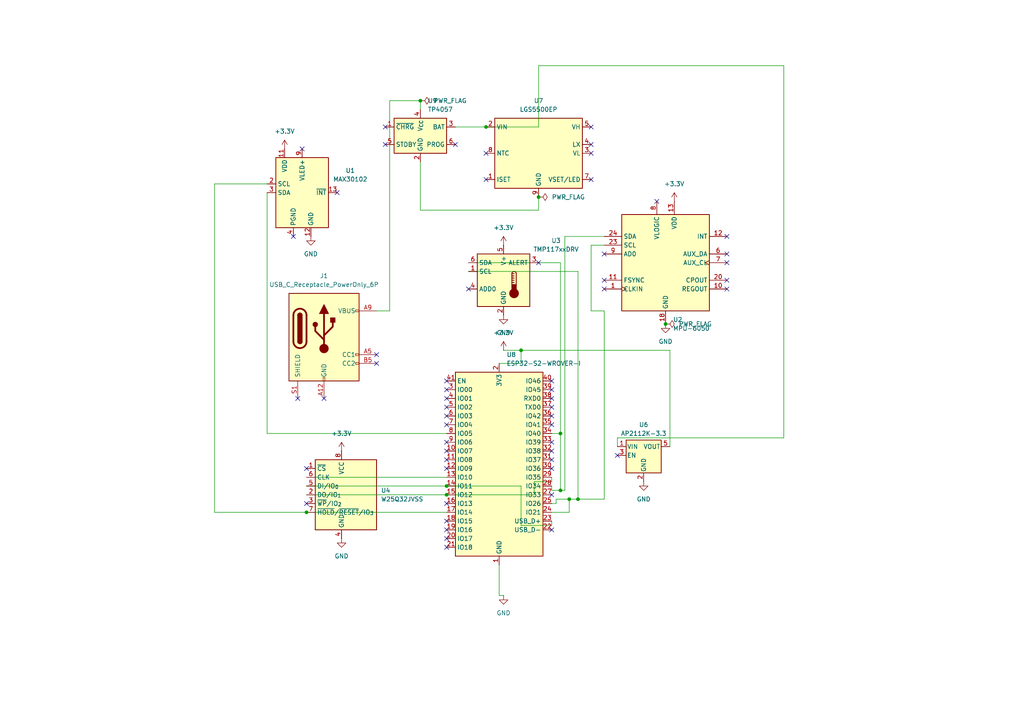
<source format=kicad_sch>
(kicad_sch
	(version 20250114)
	(generator "eeschema")
	(generator_version "9.0")
	(uuid "758257ba-dc13-49b7-8239-8a7bdfa01141")
	(paper "A4")
	(lib_symbols
		(symbol "Battery_Management:LGS5500EP"
			(exclude_from_sim no)
			(in_bom yes)
			(on_board yes)
			(property "Reference" "U"
				(at -11.684 11.176 0)
				(effects
					(font
						(size 1.27 1.27)
					)
				)
			)
			(property "Value" "LGS5500EP"
				(at 8.382 11.176 0)
				(effects
					(font
						(size 1.27 1.27)
					)
				)
			)
			(property "Footprint" "Package_SO:SOIC-8-1EP_3.9x4.9mm_P1.27mm_EP2.41x3.3mm"
				(at -0.254 -29.972 0)
				(effects
					(font
						(size 1.27 1.27)
					)
					(hide yes)
				)
			)
			(property "Datasheet" "https://www.lcsc.com/datasheet/lcsc_datasheet_2304071430_Legend-Si-LGS5500EP_C5280699.pdf"
				(at 0.254 -25.654 0)
				(effects
					(font
						(size 1.27 1.27)
					)
					(hide yes)
				)
			)
			(property "Description" "LiPo charger and 5V boost converter, 4.5-5.5V input, 4.2-4.4V battery, 400-1000mA charge current, 800mA boost output, SOIC-8-1EP"
				(at 0 -27.94 0)
				(effects
					(font
						(size 1.27 1.27)
					)
					(hide yes)
				)
			)
			(property "ki_keywords" "lipo lithium battery charger boost"
				(at 0 0 0)
				(effects
					(font
						(size 1.27 1.27)
					)
					(hide yes)
				)
			)
			(property "ki_fp_filters" "SOIC*1EP*P1.27mm*"
				(at 0 0 0)
				(effects
					(font
						(size 1.27 1.27)
					)
					(hide yes)
				)
			)
			(symbol "LGS5500EP_1_1"
				(rectangle
					(start -12.7 10.16)
					(end 12.7 -10.16)
					(stroke
						(width 0.254)
						(type default)
					)
					(fill
						(type background)
					)
				)
				(pin power_in line
					(at -15.24 7.62 0)
					(length 2.54)
					(name "VIN"
						(effects
							(font
								(size 1.27 1.27)
							)
						)
					)
					(number "2"
						(effects
							(font
								(size 1.27 1.27)
							)
						)
					)
				)
				(pin input line
					(at -15.24 0 0)
					(length 2.54)
					(name "NTC"
						(effects
							(font
								(size 1.27 1.27)
							)
						)
					)
					(number "8"
						(effects
							(font
								(size 1.27 1.27)
							)
						)
					)
				)
				(pin passive line
					(at -15.24 -7.62 0)
					(length 2.54)
					(name "ISET"
						(effects
							(font
								(size 1.27 1.27)
							)
						)
					)
					(number "1"
						(effects
							(font
								(size 1.27 1.27)
							)
						)
					)
				)
				(pin no_connect line
					(at -12.7 -2.54 0)
					(length 2.54)
					(hide yes)
					(name "NC"
						(effects
							(font
								(size 1.27 1.27)
							)
						)
					)
					(number "6"
						(effects
							(font
								(size 1.27 1.27)
							)
						)
					)
				)
				(pin power_in line
					(at 0 -12.7 90)
					(length 2.54)
					(name "GND"
						(effects
							(font
								(size 1.27 1.27)
							)
						)
					)
					(number "9"
						(effects
							(font
								(size 1.27 1.27)
							)
						)
					)
				)
				(pin power_out line
					(at 15.24 7.62 180)
					(length 2.54)
					(name "VH"
						(effects
							(font
								(size 1.27 1.27)
							)
						)
					)
					(number "5"
						(effects
							(font
								(size 1.27 1.27)
							)
						)
					)
				)
				(pin input line
					(at 15.24 2.54 180)
					(length 2.54)
					(name "LX"
						(effects
							(font
								(size 1.27 1.27)
							)
						)
					)
					(number "4"
						(effects
							(font
								(size 1.27 1.27)
							)
						)
					)
				)
				(pin input line
					(at 15.24 0 180)
					(length 2.54)
					(name "VL"
						(effects
							(font
								(size 1.27 1.27)
							)
						)
					)
					(number "3"
						(effects
							(font
								(size 1.27 1.27)
							)
						)
					)
				)
				(pin output line
					(at 15.24 -7.62 180)
					(length 2.54)
					(name "VSET/LED"
						(effects
							(font
								(size 1.27 1.27)
							)
						)
					)
					(number "7"
						(effects
							(font
								(size 1.27 1.27)
							)
						)
					)
				)
			)
			(embedded_fonts no)
		)
		(symbol "Battery_Management:TP4057"
			(exclude_from_sim no)
			(in_bom yes)
			(on_board yes)
			(property "Reference" "U"
				(at -6.35 6.604 0)
				(effects
					(font
						(size 1.27 1.27)
					)
				)
			)
			(property "Value" "TP4057"
				(at 1.524 6.604 0)
				(effects
					(font
						(size 1.27 1.27)
					)
					(justify left)
				)
			)
			(property "Footprint" "Package_TO_SOT_SMD:TSOT-23-6"
				(at 0 -12.7 0)
				(effects
					(font
						(size 1.27 1.27)
					)
					(hide yes)
				)
			)
			(property "Datasheet" "http://toppwr.com/uploadfile/file/20230304/640302a47b738.pdf"
				(at 0 -2.54 0)
				(effects
					(font
						(size 1.27 1.27)
					)
					(hide yes)
				)
			)
			(property "Description" "Constant-current/constant-voltage linear charger for single cell lithium-ion batteries with 2.9V Trickle Charge, 4.5V to 6.5V VDD, -40 to +85 degree Celsius, TSOT-23-6"
				(at 0 0 0)
				(effects
					(font
						(size 1.27 1.27)
					)
					(hide yes)
				)
			)
			(property "ki_keywords" "Constant-current constant-voltage linear charger single-cell lithium-ion battery"
				(at 0 0 0)
				(effects
					(font
						(size 1.27 1.27)
					)
					(hide yes)
				)
			)
			(property "ki_fp_filters" "TSOT?23*"
				(at 0 0 0)
				(effects
					(font
						(size 1.27 1.27)
					)
					(hide yes)
				)
			)
			(symbol "TP4057_0_1"
				(rectangle
					(start -7.62 5.08)
					(end 7.62 -5.08)
					(stroke
						(width 0.254)
						(type default)
					)
					(fill
						(type background)
					)
				)
			)
			(symbol "TP4057_1_1"
				(pin open_collector line
					(at -10.16 2.54 0)
					(length 2.54)
					(name "~{CHRG}"
						(effects
							(font
								(size 1.27 1.27)
							)
						)
					)
					(number "1"
						(effects
							(font
								(size 1.27 1.27)
							)
						)
					)
				)
				(pin open_collector line
					(at -10.16 -2.54 0)
					(length 2.54)
					(name "STDBY"
						(effects
							(font
								(size 1.27 1.27)
							)
						)
					)
					(number "5"
						(effects
							(font
								(size 1.27 1.27)
							)
						)
					)
				)
				(pin power_in line
					(at 0 7.62 270)
					(length 2.54)
					(name "V_{CC}"
						(effects
							(font
								(size 1.27 1.27)
							)
						)
					)
					(number "4"
						(effects
							(font
								(size 1.27 1.27)
							)
						)
					)
				)
				(pin power_in line
					(at 0 -7.62 90)
					(length 2.54)
					(name "GND"
						(effects
							(font
								(size 1.27 1.27)
							)
						)
					)
					(number "2"
						(effects
							(font
								(size 1.27 1.27)
							)
						)
					)
				)
				(pin power_out line
					(at 10.16 2.54 180)
					(length 2.54)
					(name "BAT"
						(effects
							(font
								(size 1.27 1.27)
							)
						)
					)
					(number "3"
						(effects
							(font
								(size 1.27 1.27)
							)
						)
					)
				)
				(pin passive line
					(at 10.16 -2.54 180)
					(length 2.54)
					(name "PROG"
						(effects
							(font
								(size 1.27 1.27)
							)
						)
					)
					(number "6"
						(effects
							(font
								(size 1.27 1.27)
							)
						)
					)
				)
			)
			(embedded_fonts no)
		)
		(symbol "Connector:USB_C_Receptacle_PowerOnly_6P"
			(pin_names
				(offset 1.016)
			)
			(exclude_from_sim no)
			(in_bom yes)
			(on_board yes)
			(property "Reference" "J"
				(at 0 16.51 0)
				(effects
					(font
						(size 1.27 1.27)
					)
					(justify bottom)
				)
			)
			(property "Value" "USB_C_Receptacle_PowerOnly_6P"
				(at 0 13.97 0)
				(effects
					(font
						(size 1.27 1.27)
					)
					(justify bottom)
				)
			)
			(property "Footprint" ""
				(at 3.81 2.54 0)
				(effects
					(font
						(size 1.27 1.27)
					)
					(hide yes)
				)
			)
			(property "Datasheet" "https://www.usb.org/sites/default/files/documents/usb_type-c.zip"
				(at 0 0 0)
				(effects
					(font
						(size 1.27 1.27)
					)
					(hide yes)
				)
			)
			(property "Description" "USB Power-Only 6P Type-C Receptacle connector"
				(at 0 0 0)
				(effects
					(font
						(size 1.27 1.27)
					)
					(hide yes)
				)
			)
			(property "ki_keywords" "usb universal serial bus type-C power-only charging-only 6P 6C"
				(at 0 0 0)
				(effects
					(font
						(size 1.27 1.27)
					)
					(hide yes)
				)
			)
			(property "ki_fp_filters" "USB*C*Receptacle*"
				(at 0 0 0)
				(effects
					(font
						(size 1.27 1.27)
					)
					(hide yes)
				)
			)
			(symbol "USB_C_Receptacle_PowerOnly_6P_0_0"
				(rectangle
					(start -0.254 -12.7)
					(end 0.254 -11.684)
					(stroke
						(width 0)
						(type default)
					)
					(fill
						(type none)
					)
				)
				(rectangle
					(start 10.16 7.874)
					(end 9.144 7.366)
					(stroke
						(width 0)
						(type default)
					)
					(fill
						(type none)
					)
				)
				(rectangle
					(start 10.16 -4.826)
					(end 9.144 -5.334)
					(stroke
						(width 0)
						(type default)
					)
					(fill
						(type none)
					)
				)
				(rectangle
					(start 10.16 -7.366)
					(end 9.144 -7.874)
					(stroke
						(width 0)
						(type default)
					)
					(fill
						(type none)
					)
				)
			)
			(symbol "USB_C_Receptacle_PowerOnly_6P_0_1"
				(rectangle
					(start -10.16 12.7)
					(end 10.16 -12.7)
					(stroke
						(width 0.254)
						(type default)
					)
					(fill
						(type background)
					)
				)
				(polyline
					(pts
						(xy -8.89 -1.27) (xy -8.89 6.35)
					)
					(stroke
						(width 0.508)
						(type default)
					)
					(fill
						(type none)
					)
				)
				(rectangle
					(start -7.62 -1.27)
					(end -6.35 6.35)
					(stroke
						(width 0.254)
						(type default)
					)
					(fill
						(type outline)
					)
				)
				(arc
					(start -7.62 6.35)
					(mid -6.985 6.9823)
					(end -6.35 6.35)
					(stroke
						(width 0.254)
						(type default)
					)
					(fill
						(type none)
					)
				)
				(arc
					(start -7.62 6.35)
					(mid -6.985 6.9823)
					(end -6.35 6.35)
					(stroke
						(width 0.254)
						(type default)
					)
					(fill
						(type outline)
					)
				)
				(arc
					(start -8.89 6.35)
					(mid -6.985 8.2467)
					(end -5.08 6.35)
					(stroke
						(width 0.508)
						(type default)
					)
					(fill
						(type none)
					)
				)
				(arc
					(start -5.08 -1.27)
					(mid -6.985 -3.1667)
					(end -8.89 -1.27)
					(stroke
						(width 0.508)
						(type default)
					)
					(fill
						(type none)
					)
				)
				(arc
					(start -6.35 -1.27)
					(mid -6.985 -1.9023)
					(end -7.62 -1.27)
					(stroke
						(width 0.254)
						(type default)
					)
					(fill
						(type none)
					)
				)
				(arc
					(start -6.35 -1.27)
					(mid -6.985 -1.9023)
					(end -7.62 -1.27)
					(stroke
						(width 0.254)
						(type default)
					)
					(fill
						(type outline)
					)
				)
				(polyline
					(pts
						(xy -5.08 6.35) (xy -5.08 -1.27)
					)
					(stroke
						(width 0.508)
						(type default)
					)
					(fill
						(type none)
					)
				)
				(circle
					(center -2.54 3.683)
					(radius 0.635)
					(stroke
						(width 0.254)
						(type default)
					)
					(fill
						(type outline)
					)
				)
				(polyline
					(pts
						(xy -1.27 6.858) (xy 0 9.398) (xy 1.27 6.858) (xy -1.27 6.858)
					)
					(stroke
						(width 0.254)
						(type default)
					)
					(fill
						(type outline)
					)
				)
				(polyline
					(pts
						(xy 0 0.508) (xy 2.54 3.048) (xy 2.54 4.318)
					)
					(stroke
						(width 0.508)
						(type default)
					)
					(fill
						(type none)
					)
				)
				(polyline
					(pts
						(xy 0 -0.762) (xy -2.54 1.778) (xy -2.54 3.048)
					)
					(stroke
						(width 0.508)
						(type default)
					)
					(fill
						(type none)
					)
				)
				(polyline
					(pts
						(xy 0 -3.302) (xy 0 6.858)
					)
					(stroke
						(width 0.508)
						(type default)
					)
					(fill
						(type none)
					)
				)
				(circle
					(center 0 -3.302)
					(radius 1.27)
					(stroke
						(width 0)
						(type default)
					)
					(fill
						(type outline)
					)
				)
				(rectangle
					(start 1.905 4.318)
					(end 3.175 5.588)
					(stroke
						(width 0.254)
						(type default)
					)
					(fill
						(type outline)
					)
				)
			)
			(symbol "USB_C_Receptacle_PowerOnly_6P_1_1"
				(pin passive line
					(at -7.62 -17.78 90)
					(length 5.08)
					(name "SHIELD"
						(effects
							(font
								(size 1.27 1.27)
							)
						)
					)
					(number "S1"
						(effects
							(font
								(size 1.27 1.27)
							)
						)
					)
				)
				(pin passive line
					(at 0 -17.78 90)
					(length 5.08)
					(name "GND"
						(effects
							(font
								(size 1.27 1.27)
							)
						)
					)
					(number "A12"
						(effects
							(font
								(size 1.27 1.27)
							)
						)
					)
				)
				(pin passive line
					(at 0 -17.78 90)
					(length 5.08)
					(hide yes)
					(name "GND"
						(effects
							(font
								(size 1.27 1.27)
							)
						)
					)
					(number "B12"
						(effects
							(font
								(size 1.27 1.27)
							)
						)
					)
				)
				(pin passive line
					(at 15.24 7.62 180)
					(length 5.08)
					(name "VBUS"
						(effects
							(font
								(size 1.27 1.27)
							)
						)
					)
					(number "A9"
						(effects
							(font
								(size 1.27 1.27)
							)
						)
					)
				)
				(pin passive line
					(at 15.24 7.62 180)
					(length 5.08)
					(hide yes)
					(name "VBUS"
						(effects
							(font
								(size 1.27 1.27)
							)
						)
					)
					(number "B9"
						(effects
							(font
								(size 1.27 1.27)
							)
						)
					)
				)
				(pin bidirectional line
					(at 15.24 -5.08 180)
					(length 5.08)
					(name "CC1"
						(effects
							(font
								(size 1.27 1.27)
							)
						)
					)
					(number "A5"
						(effects
							(font
								(size 1.27 1.27)
							)
						)
					)
				)
				(pin bidirectional line
					(at 15.24 -7.62 180)
					(length 5.08)
					(name "CC2"
						(effects
							(font
								(size 1.27 1.27)
							)
						)
					)
					(number "B5"
						(effects
							(font
								(size 1.27 1.27)
							)
						)
					)
				)
			)
			(embedded_fonts no)
		)
		(symbol "Memory_Flash:W25Q32JVSS"
			(exclude_from_sim no)
			(in_bom yes)
			(on_board yes)
			(property "Reference" "U"
				(at -6.35 11.43 0)
				(effects
					(font
						(size 1.27 1.27)
					)
				)
			)
			(property "Value" "W25Q32JVSS"
				(at 7.62 11.43 0)
				(effects
					(font
						(size 1.27 1.27)
					)
				)
			)
			(property "Footprint" "Package_SO:SOIC-8_5.3x5.3mm_P1.27mm"
				(at 0 0 0)
				(effects
					(font
						(size 1.27 1.27)
					)
					(hide yes)
				)
			)
			(property "Datasheet" "http://www.winbond.com/resource-files/w25q32jv%20revg%2003272018%20plus.pdf"
				(at 0 0 0)
				(effects
					(font
						(size 1.27 1.27)
					)
					(hide yes)
				)
			)
			(property "Description" "32Mbit / 4MiB Serial Flash Memory, Standard/Dual/Quad SPI, 2.7-3.6V, SOIC-8 (208 mil)"
				(at 0 0 0)
				(effects
					(font
						(size 1.27 1.27)
					)
					(hide yes)
				)
			)
			(property "ki_keywords" "flash memory SPI"
				(at 0 0 0)
				(effects
					(font
						(size 1.27 1.27)
					)
					(hide yes)
				)
			)
			(property "ki_fp_filters" "*SOIC*5.3x5.3mm*P1.27mm*"
				(at 0 0 0)
				(effects
					(font
						(size 1.27 1.27)
					)
					(hide yes)
				)
			)
			(symbol "W25Q32JVSS_0_1"
				(rectangle
					(start -7.62 10.16)
					(end 10.16 -10.16)
					(stroke
						(width 0.254)
						(type default)
					)
					(fill
						(type background)
					)
				)
			)
			(symbol "W25Q32JVSS_1_1"
				(pin input line
					(at -10.16 7.62 0)
					(length 2.54)
					(name "~{CS}"
						(effects
							(font
								(size 1.27 1.27)
							)
						)
					)
					(number "1"
						(effects
							(font
								(size 1.27 1.27)
							)
						)
					)
				)
				(pin input line
					(at -10.16 5.08 0)
					(length 2.54)
					(name "CLK"
						(effects
							(font
								(size 1.27 1.27)
							)
						)
					)
					(number "6"
						(effects
							(font
								(size 1.27 1.27)
							)
						)
					)
				)
				(pin bidirectional line
					(at -10.16 2.54 0)
					(length 2.54)
					(name "DI/IO_{0}"
						(effects
							(font
								(size 1.27 1.27)
							)
						)
					)
					(number "5"
						(effects
							(font
								(size 1.27 1.27)
							)
						)
					)
				)
				(pin bidirectional line
					(at -10.16 0 0)
					(length 2.54)
					(name "DO/IO_{1}"
						(effects
							(font
								(size 1.27 1.27)
							)
						)
					)
					(number "2"
						(effects
							(font
								(size 1.27 1.27)
							)
						)
					)
				)
				(pin bidirectional line
					(at -10.16 -2.54 0)
					(length 2.54)
					(name "~{WP}/IO_{2}"
						(effects
							(font
								(size 1.27 1.27)
							)
						)
					)
					(number "3"
						(effects
							(font
								(size 1.27 1.27)
							)
						)
					)
				)
				(pin bidirectional line
					(at -10.16 -5.08 0)
					(length 2.54)
					(name "~{HOLD}/~{RESET}/IO_{3}"
						(effects
							(font
								(size 1.27 1.27)
							)
						)
					)
					(number "7"
						(effects
							(font
								(size 1.27 1.27)
							)
						)
					)
				)
				(pin power_in line
					(at 0 12.7 270)
					(length 2.54)
					(name "VCC"
						(effects
							(font
								(size 1.27 1.27)
							)
						)
					)
					(number "8"
						(effects
							(font
								(size 1.27 1.27)
							)
						)
					)
				)
				(pin power_in line
					(at 0 -12.7 90)
					(length 2.54)
					(name "GND"
						(effects
							(font
								(size 1.27 1.27)
							)
						)
					)
					(number "4"
						(effects
							(font
								(size 1.27 1.27)
							)
						)
					)
				)
			)
			(embedded_fonts no)
		)
		(symbol "RF_Module:ESP32-S2-WROVER-I"
			(exclude_from_sim no)
			(in_bom yes)
			(on_board yes)
			(property "Reference" "U"
				(at -12.7 29.21 0)
				(effects
					(font
						(size 1.27 1.27)
					)
					(justify left)
				)
			)
			(property "Value" "ESP32-S2-WROVER-I"
				(at 2.54 29.21 0)
				(effects
					(font
						(size 1.27 1.27)
					)
					(justify left)
				)
			)
			(property "Footprint" "RF_Module:ESP32-S2-WROVER"
				(at 19.05 -29.21 0)
				(effects
					(font
						(size 1.27 1.27)
					)
					(hide yes)
				)
			)
			(property "Datasheet" "https://www.espressif.com/sites/default/files/documentation/esp32-s2-wroom_esp32-s2-wroom-i_datasheet_en.pdf"
				(at -7.62 -20.32 0)
				(effects
					(font
						(size 1.27 1.27)
					)
					(hide yes)
				)
			)
			(property "Description" "RF Module, ESP32-D0WDQ6 SoC, Wi-Fi 802.11b/g/n, 32-bit, 2.7-3.6V, onboard antenna, SMD"
				(at 0 0 0)
				(effects
					(font
						(size 1.27 1.27)
					)
					(hide yes)
				)
			)
			(property "ki_keywords" "RF Radio ESP ESP32 Espressif onboard PCB antenna"
				(at 0 0 0)
				(effects
					(font
						(size 1.27 1.27)
					)
					(hide yes)
				)
			)
			(property "ki_fp_filters" "ESP32?S2?WROVER*"
				(at 0 0 0)
				(effects
					(font
						(size 1.27 1.27)
					)
					(hide yes)
				)
			)
			(symbol "ESP32-S2-WROVER-I_0_1"
				(rectangle
					(start -12.7 27.94)
					(end 12.7 -25.4)
					(stroke
						(width 0.254)
						(type default)
					)
					(fill
						(type background)
					)
				)
			)
			(symbol "ESP32-S2-WROVER-I_1_1"
				(pin input line
					(at -15.24 25.4 0)
					(length 2.54)
					(name "EN"
						(effects
							(font
								(size 1.27 1.27)
							)
						)
					)
					(number "41"
						(effects
							(font
								(size 1.27 1.27)
							)
						)
					)
				)
				(pin bidirectional line
					(at -15.24 22.86 0)
					(length 2.54)
					(name "IO00"
						(effects
							(font
								(size 1.27 1.27)
							)
						)
					)
					(number "3"
						(effects
							(font
								(size 1.27 1.27)
							)
						)
					)
				)
				(pin bidirectional line
					(at -15.24 20.32 0)
					(length 2.54)
					(name "IO01"
						(effects
							(font
								(size 1.27 1.27)
							)
						)
					)
					(number "4"
						(effects
							(font
								(size 1.27 1.27)
							)
						)
					)
				)
				(pin bidirectional line
					(at -15.24 17.78 0)
					(length 2.54)
					(name "IO02"
						(effects
							(font
								(size 1.27 1.27)
							)
						)
					)
					(number "5"
						(effects
							(font
								(size 1.27 1.27)
							)
						)
					)
				)
				(pin bidirectional line
					(at -15.24 15.24 0)
					(length 2.54)
					(name "IO03"
						(effects
							(font
								(size 1.27 1.27)
							)
						)
					)
					(number "6"
						(effects
							(font
								(size 1.27 1.27)
							)
						)
					)
				)
				(pin bidirectional line
					(at -15.24 12.7 0)
					(length 2.54)
					(name "IO04"
						(effects
							(font
								(size 1.27 1.27)
							)
						)
					)
					(number "7"
						(effects
							(font
								(size 1.27 1.27)
							)
						)
					)
				)
				(pin bidirectional line
					(at -15.24 10.16 0)
					(length 2.54)
					(name "IO05"
						(effects
							(font
								(size 1.27 1.27)
							)
						)
					)
					(number "8"
						(effects
							(font
								(size 1.27 1.27)
							)
						)
					)
				)
				(pin bidirectional line
					(at -15.24 7.62 0)
					(length 2.54)
					(name "IO06"
						(effects
							(font
								(size 1.27 1.27)
							)
						)
					)
					(number "9"
						(effects
							(font
								(size 1.27 1.27)
							)
						)
					)
				)
				(pin bidirectional line
					(at -15.24 5.08 0)
					(length 2.54)
					(name "IO07"
						(effects
							(font
								(size 1.27 1.27)
							)
						)
					)
					(number "10"
						(effects
							(font
								(size 1.27 1.27)
							)
						)
					)
				)
				(pin bidirectional line
					(at -15.24 2.54 0)
					(length 2.54)
					(name "IO08"
						(effects
							(font
								(size 1.27 1.27)
							)
						)
					)
					(number "11"
						(effects
							(font
								(size 1.27 1.27)
							)
						)
					)
				)
				(pin bidirectional line
					(at -15.24 0 0)
					(length 2.54)
					(name "IO09"
						(effects
							(font
								(size 1.27 1.27)
							)
						)
					)
					(number "12"
						(effects
							(font
								(size 1.27 1.27)
							)
						)
					)
				)
				(pin bidirectional line
					(at -15.24 -2.54 0)
					(length 2.54)
					(name "IO10"
						(effects
							(font
								(size 1.27 1.27)
							)
						)
					)
					(number "13"
						(effects
							(font
								(size 1.27 1.27)
							)
						)
					)
				)
				(pin bidirectional line
					(at -15.24 -5.08 0)
					(length 2.54)
					(name "IO11"
						(effects
							(font
								(size 1.27 1.27)
							)
						)
					)
					(number "14"
						(effects
							(font
								(size 1.27 1.27)
							)
						)
					)
				)
				(pin bidirectional line
					(at -15.24 -7.62 0)
					(length 2.54)
					(name "IO12"
						(effects
							(font
								(size 1.27 1.27)
							)
						)
					)
					(number "15"
						(effects
							(font
								(size 1.27 1.27)
							)
						)
					)
				)
				(pin bidirectional line
					(at -15.24 -10.16 0)
					(length 2.54)
					(name "IO13"
						(effects
							(font
								(size 1.27 1.27)
							)
						)
					)
					(number "16"
						(effects
							(font
								(size 1.27 1.27)
							)
						)
					)
				)
				(pin bidirectional line
					(at -15.24 -12.7 0)
					(length 2.54)
					(name "IO14"
						(effects
							(font
								(size 1.27 1.27)
							)
						)
					)
					(number "17"
						(effects
							(font
								(size 1.27 1.27)
							)
						)
					)
				)
				(pin bidirectional line
					(at -15.24 -15.24 0)
					(length 2.54)
					(name "IO15"
						(effects
							(font
								(size 1.27 1.27)
							)
						)
					)
					(number "18"
						(effects
							(font
								(size 1.27 1.27)
							)
						)
					)
				)
				(pin bidirectional line
					(at -15.24 -17.78 0)
					(length 2.54)
					(name "IO16"
						(effects
							(font
								(size 1.27 1.27)
							)
						)
					)
					(number "19"
						(effects
							(font
								(size 1.27 1.27)
							)
						)
					)
				)
				(pin bidirectional line
					(at -15.24 -20.32 0)
					(length 2.54)
					(name "IO17"
						(effects
							(font
								(size 1.27 1.27)
							)
						)
					)
					(number "20"
						(effects
							(font
								(size 1.27 1.27)
							)
						)
					)
				)
				(pin bidirectional line
					(at -15.24 -22.86 0)
					(length 2.54)
					(name "IO18"
						(effects
							(font
								(size 1.27 1.27)
							)
						)
					)
					(number "21"
						(effects
							(font
								(size 1.27 1.27)
							)
						)
					)
				)
				(pin power_in line
					(at 0 30.48 270)
					(length 2.54)
					(name "3V3"
						(effects
							(font
								(size 1.27 1.27)
							)
						)
					)
					(number "2"
						(effects
							(font
								(size 1.27 1.27)
							)
						)
					)
				)
				(pin power_in line
					(at 0 -27.94 90)
					(length 2.54)
					(name "GND"
						(effects
							(font
								(size 1.27 1.27)
							)
						)
					)
					(number "1"
						(effects
							(font
								(size 1.27 1.27)
							)
						)
					)
				)
				(pin passive line
					(at 0 -27.94 90)
					(length 2.54)
					(hide yes)
					(name "GND"
						(effects
							(font
								(size 1.27 1.27)
							)
						)
					)
					(number "26"
						(effects
							(font
								(size 1.27 1.27)
							)
						)
					)
				)
				(pin passive line
					(at 0 -27.94 90)
					(length 2.54)
					(hide yes)
					(name "GND"
						(effects
							(font
								(size 1.27 1.27)
							)
						)
					)
					(number "42"
						(effects
							(font
								(size 1.27 1.27)
							)
						)
					)
				)
				(pin passive line
					(at 0 -27.94 90)
					(length 2.54)
					(hide yes)
					(name "GND"
						(effects
							(font
								(size 1.27 1.27)
							)
						)
					)
					(number "43"
						(effects
							(font
								(size 1.27 1.27)
							)
						)
					)
				)
				(pin input line
					(at 15.24 25.4 180)
					(length 2.54)
					(name "IO46"
						(effects
							(font
								(size 1.27 1.27)
							)
						)
					)
					(number "40"
						(effects
							(font
								(size 1.27 1.27)
							)
						)
					)
				)
				(pin bidirectional line
					(at 15.24 22.86 180)
					(length 2.54)
					(name "IO45"
						(effects
							(font
								(size 1.27 1.27)
							)
						)
					)
					(number "39"
						(effects
							(font
								(size 1.27 1.27)
							)
						)
					)
				)
				(pin bidirectional line
					(at 15.24 20.32 180)
					(length 2.54)
					(name "RXD0"
						(effects
							(font
								(size 1.27 1.27)
							)
						)
					)
					(number "38"
						(effects
							(font
								(size 1.27 1.27)
							)
						)
					)
				)
				(pin bidirectional line
					(at 15.24 17.78 180)
					(length 2.54)
					(name "TXD0"
						(effects
							(font
								(size 1.27 1.27)
							)
						)
					)
					(number "37"
						(effects
							(font
								(size 1.27 1.27)
							)
						)
					)
				)
				(pin bidirectional line
					(at 15.24 15.24 180)
					(length 2.54)
					(name "IO42"
						(effects
							(font
								(size 1.27 1.27)
							)
						)
					)
					(number "36"
						(effects
							(font
								(size 1.27 1.27)
							)
						)
					)
				)
				(pin bidirectional line
					(at 15.24 12.7 180)
					(length 2.54)
					(name "IO41"
						(effects
							(font
								(size 1.27 1.27)
							)
						)
					)
					(number "35"
						(effects
							(font
								(size 1.27 1.27)
							)
						)
					)
				)
				(pin bidirectional line
					(at 15.24 10.16 180)
					(length 2.54)
					(name "IO40"
						(effects
							(font
								(size 1.27 1.27)
							)
						)
					)
					(number "34"
						(effects
							(font
								(size 1.27 1.27)
							)
						)
					)
				)
				(pin bidirectional line
					(at 15.24 7.62 180)
					(length 2.54)
					(name "IO39"
						(effects
							(font
								(size 1.27 1.27)
							)
						)
					)
					(number "33"
						(effects
							(font
								(size 1.27 1.27)
							)
						)
					)
				)
				(pin bidirectional line
					(at 15.24 5.08 180)
					(length 2.54)
					(name "IO38"
						(effects
							(font
								(size 1.27 1.27)
							)
						)
					)
					(number "32"
						(effects
							(font
								(size 1.27 1.27)
							)
						)
					)
				)
				(pin bidirectional line
					(at 15.24 2.54 180)
					(length 2.54)
					(name "IO37"
						(effects
							(font
								(size 1.27 1.27)
							)
						)
					)
					(number "31"
						(effects
							(font
								(size 1.27 1.27)
							)
						)
					)
				)
				(pin bidirectional line
					(at 15.24 0 180)
					(length 2.54)
					(name "IO36"
						(effects
							(font
								(size 1.27 1.27)
							)
						)
					)
					(number "30"
						(effects
							(font
								(size 1.27 1.27)
							)
						)
					)
				)
				(pin bidirectional line
					(at 15.24 -2.54 180)
					(length 2.54)
					(name "IO35"
						(effects
							(font
								(size 1.27 1.27)
							)
						)
					)
					(number "29"
						(effects
							(font
								(size 1.27 1.27)
							)
						)
					)
				)
				(pin bidirectional line
					(at 15.24 -5.08 180)
					(length 2.54)
					(name "IO34"
						(effects
							(font
								(size 1.27 1.27)
							)
						)
					)
					(number "28"
						(effects
							(font
								(size 1.27 1.27)
							)
						)
					)
				)
				(pin bidirectional line
					(at 15.24 -7.62 180)
					(length 2.54)
					(name "IO33"
						(effects
							(font
								(size 1.27 1.27)
							)
						)
					)
					(number "27"
						(effects
							(font
								(size 1.27 1.27)
							)
						)
					)
				)
				(pin bidirectional line
					(at 15.24 -10.16 180)
					(length 2.54)
					(name "IO26"
						(effects
							(font
								(size 1.27 1.27)
							)
						)
					)
					(number "25"
						(effects
							(font
								(size 1.27 1.27)
							)
						)
					)
				)
				(pin bidirectional line
					(at 15.24 -12.7 180)
					(length 2.54)
					(name "IO21"
						(effects
							(font
								(size 1.27 1.27)
							)
						)
					)
					(number "24"
						(effects
							(font
								(size 1.27 1.27)
							)
						)
					)
				)
				(pin bidirectional line
					(at 15.24 -15.24 180)
					(length 2.54)
					(name "USB_D+"
						(effects
							(font
								(size 1.27 1.27)
							)
						)
					)
					(number "23"
						(effects
							(font
								(size 1.27 1.27)
							)
						)
					)
				)
				(pin bidirectional line
					(at 15.24 -17.78 180)
					(length 2.54)
					(name "USB_D-"
						(effects
							(font
								(size 1.27 1.27)
							)
						)
					)
					(number "22"
						(effects
							(font
								(size 1.27 1.27)
							)
						)
					)
				)
			)
			(embedded_fonts no)
		)
		(symbol "Regulator_Linear:AP2112K-3.3"
			(pin_names
				(offset 0.254)
			)
			(exclude_from_sim no)
			(in_bom yes)
			(on_board yes)
			(property "Reference" "U"
				(at -5.08 5.715 0)
				(effects
					(font
						(size 1.27 1.27)
					)
					(justify left)
				)
			)
			(property "Value" "AP2112K-3.3"
				(at 0 5.715 0)
				(effects
					(font
						(size 1.27 1.27)
					)
					(justify left)
				)
			)
			(property "Footprint" "Package_TO_SOT_SMD:SOT-23-5"
				(at 0 8.255 0)
				(effects
					(font
						(size 1.27 1.27)
					)
					(hide yes)
				)
			)
			(property "Datasheet" "https://www.diodes.com/assets/Datasheets/AP2112.pdf"
				(at 0 2.54 0)
				(effects
					(font
						(size 1.27 1.27)
					)
					(hide yes)
				)
			)
			(property "Description" "600mA low dropout linear regulator, with enable pin, 3.8V-6V input voltage range, 3.3V fixed positive output, SOT-23-5"
				(at 0 0 0)
				(effects
					(font
						(size 1.27 1.27)
					)
					(hide yes)
				)
			)
			(property "ki_keywords" "linear regulator ldo fixed positive"
				(at 0 0 0)
				(effects
					(font
						(size 1.27 1.27)
					)
					(hide yes)
				)
			)
			(property "ki_fp_filters" "SOT?23?5*"
				(at 0 0 0)
				(effects
					(font
						(size 1.27 1.27)
					)
					(hide yes)
				)
			)
			(symbol "AP2112K-3.3_0_1"
				(rectangle
					(start -5.08 4.445)
					(end 5.08 -5.08)
					(stroke
						(width 0.254)
						(type default)
					)
					(fill
						(type background)
					)
				)
			)
			(symbol "AP2112K-3.3_1_1"
				(pin power_in line
					(at -7.62 2.54 0)
					(length 2.54)
					(name "VIN"
						(effects
							(font
								(size 1.27 1.27)
							)
						)
					)
					(number "1"
						(effects
							(font
								(size 1.27 1.27)
							)
						)
					)
				)
				(pin input line
					(at -7.62 0 0)
					(length 2.54)
					(name "EN"
						(effects
							(font
								(size 1.27 1.27)
							)
						)
					)
					(number "3"
						(effects
							(font
								(size 1.27 1.27)
							)
						)
					)
				)
				(pin power_in line
					(at 0 -7.62 90)
					(length 2.54)
					(name "GND"
						(effects
							(font
								(size 1.27 1.27)
							)
						)
					)
					(number "2"
						(effects
							(font
								(size 1.27 1.27)
							)
						)
					)
				)
				(pin no_connect line
					(at 5.08 0 180)
					(length 2.54)
					(hide yes)
					(name "NC"
						(effects
							(font
								(size 1.27 1.27)
							)
						)
					)
					(number "4"
						(effects
							(font
								(size 1.27 1.27)
							)
						)
					)
				)
				(pin power_out line
					(at 7.62 2.54 180)
					(length 2.54)
					(name "VOUT"
						(effects
							(font
								(size 1.27 1.27)
							)
						)
					)
					(number "5"
						(effects
							(font
								(size 1.27 1.27)
							)
						)
					)
				)
			)
			(embedded_fonts no)
		)
		(symbol "Sensor:MAX30102"
			(exclude_from_sim no)
			(in_bom yes)
			(on_board yes)
			(property "Reference" "U"
				(at 7.62 15.24 0)
				(effects
					(font
						(size 1.27 1.27)
					)
				)
			)
			(property "Value" "MAX30102"
				(at 7.62 12.7 0)
				(effects
					(font
						(size 1.27 1.27)
					)
				)
			)
			(property "Footprint" "OptoDevice:Maxim_OLGA-14_3.3x5.6mm_P0.8mm"
				(at 0 -2.54 0)
				(effects
					(font
						(size 1.27 1.27)
					)
					(hide yes)
				)
			)
			(property "Datasheet" "https://datasheets.maximintegrated.com/en/ds/MAX30102.pdf"
				(at 0 0 0)
				(effects
					(font
						(size 1.27 1.27)
					)
					(hide yes)
				)
			)
			(property "Description" "Heart Rate Sensor, 14-OLGA"
				(at 0 0 0)
				(effects
					(font
						(size 1.27 1.27)
					)
					(hide yes)
				)
			)
			(property "ki_keywords" "Heart Rate"
				(at 0 0 0)
				(effects
					(font
						(size 1.27 1.27)
					)
					(hide yes)
				)
			)
			(property "ki_fp_filters" "Maxim*OLGA*3.3x5.6mm*P0.8mm*"
				(at 0 0 0)
				(effects
					(font
						(size 1.27 1.27)
					)
					(hide yes)
				)
			)
			(symbol "MAX30102_0_1"
				(rectangle
					(start -7.62 10.16)
					(end 7.62 -10.16)
					(stroke
						(width 0.254)
						(type default)
					)
					(fill
						(type background)
					)
				)
			)
			(symbol "MAX30102_1_1"
				(pin input line
					(at -10.16 2.54 0)
					(length 2.54)
					(name "SCL"
						(effects
							(font
								(size 1.27 1.27)
							)
						)
					)
					(number "2"
						(effects
							(font
								(size 1.27 1.27)
							)
						)
					)
				)
				(pin bidirectional line
					(at -10.16 0 0)
					(length 2.54)
					(name "SDA"
						(effects
							(font
								(size 1.27 1.27)
							)
						)
					)
					(number "3"
						(effects
							(font
								(size 1.27 1.27)
							)
						)
					)
				)
				(pin no_connect line
					(at -7.62 5.08 0)
					(length 2.54)
					(hide yes)
					(name "NC"
						(effects
							(font
								(size 1.27 1.27)
							)
						)
					)
					(number "1"
						(effects
							(font
								(size 1.27 1.27)
							)
						)
					)
				)
				(pin no_connect line
					(at -7.62 -2.54 0)
					(length 2.54)
					(hide yes)
					(name "NC"
						(effects
							(font
								(size 1.27 1.27)
							)
						)
					)
					(number "7"
						(effects
							(font
								(size 1.27 1.27)
							)
						)
					)
				)
				(pin power_in line
					(at -5.08 12.7 270)
					(length 2.54)
					(name "VDD"
						(effects
							(font
								(size 1.27 1.27)
							)
						)
					)
					(number "11"
						(effects
							(font
								(size 1.27 1.27)
							)
						)
					)
				)
				(pin power_in line
					(at -2.54 -12.7 90)
					(length 2.54)
					(name "PGND"
						(effects
							(font
								(size 1.27 1.27)
							)
						)
					)
					(number "4"
						(effects
							(font
								(size 1.27 1.27)
							)
						)
					)
				)
				(pin passive line
					(at 0 12.7 270)
					(length 2.54)
					(hide yes)
					(name "VLED+"
						(effects
							(font
								(size 1.27 1.27)
							)
						)
					)
					(number "10"
						(effects
							(font
								(size 1.27 1.27)
							)
						)
					)
				)
				(pin power_in line
					(at 0 12.7 270)
					(length 2.54)
					(name "VLED+"
						(effects
							(font
								(size 1.27 1.27)
							)
						)
					)
					(number "9"
						(effects
							(font
								(size 1.27 1.27)
							)
						)
					)
				)
				(pin power_in line
					(at 2.54 -12.7 90)
					(length 2.54)
					(name "GND"
						(effects
							(font
								(size 1.27 1.27)
							)
						)
					)
					(number "12"
						(effects
							(font
								(size 1.27 1.27)
							)
						)
					)
				)
				(pin no_connect line
					(at 7.62 5.08 180)
					(length 2.54)
					(hide yes)
					(name "NC"
						(effects
							(font
								(size 1.27 1.27)
							)
						)
					)
					(number "8"
						(effects
							(font
								(size 1.27 1.27)
							)
						)
					)
				)
				(pin no_connect line
					(at 7.62 2.54 180)
					(length 2.54)
					(hide yes)
					(name "NC"
						(effects
							(font
								(size 1.27 1.27)
							)
						)
					)
					(number "14"
						(effects
							(font
								(size 1.27 1.27)
							)
						)
					)
				)
				(pin no_connect line
					(at 7.62 -5.08 180)
					(length 2.54)
					(hide yes)
					(name "NC"
						(effects
							(font
								(size 1.27 1.27)
							)
						)
					)
					(number "6"
						(effects
							(font
								(size 1.27 1.27)
							)
						)
					)
				)
				(pin no_connect line
					(at 7.62 -7.62 180)
					(length 2.54)
					(hide yes)
					(name "NC"
						(effects
							(font
								(size 1.27 1.27)
							)
						)
					)
					(number "5"
						(effects
							(font
								(size 1.27 1.27)
							)
						)
					)
				)
				(pin output line
					(at 10.16 0 180)
					(length 2.54)
					(name "~{INT}"
						(effects
							(font
								(size 1.27 1.27)
							)
						)
					)
					(number "13"
						(effects
							(font
								(size 1.27 1.27)
							)
						)
					)
				)
			)
			(embedded_fonts no)
		)
		(symbol "Sensor_Motion:MPU-6050"
			(exclude_from_sim no)
			(in_bom yes)
			(on_board yes)
			(property "Reference" "U"
				(at -11.43 13.97 0)
				(effects
					(font
						(size 1.27 1.27)
					)
				)
			)
			(property "Value" "MPU-6050"
				(at 7.62 -15.24 0)
				(effects
					(font
						(size 1.27 1.27)
					)
				)
			)
			(property "Footprint" "Sensor_Motion:InvenSense_QFN-24_4x4mm_P0.5mm"
				(at 0 -20.32 0)
				(effects
					(font
						(size 1.27 1.27)
					)
					(hide yes)
				)
			)
			(property "Datasheet" "https://invensense.tdk.com/wp-content/uploads/2015/02/MPU-6000-Datasheet1.pdf"
				(at 0 -3.81 0)
				(effects
					(font
						(size 1.27 1.27)
					)
					(hide yes)
				)
			)
			(property "Description" "InvenSense 6-Axis Motion Sensor, Gyroscope, Accelerometer, I2C"
				(at 0 0 0)
				(effects
					(font
						(size 1.27 1.27)
					)
					(hide yes)
				)
			)
			(property "ki_keywords" "mems"
				(at 0 0 0)
				(effects
					(font
						(size 1.27 1.27)
					)
					(hide yes)
				)
			)
			(property "ki_fp_filters" "*QFN*4x4mm*P0.5mm*"
				(at 0 0 0)
				(effects
					(font
						(size 1.27 1.27)
					)
					(hide yes)
				)
			)
			(symbol "MPU-6050_0_0"
				(text ""
					(at 12.7 -2.54 0)
					(effects
						(font
							(size 1.27 1.27)
						)
					)
				)
			)
			(symbol "MPU-6050_0_1"
				(rectangle
					(start -12.7 13.97)
					(end 12.7 -13.97)
					(stroke
						(width 0.254)
						(type default)
					)
					(fill
						(type background)
					)
				)
			)
			(symbol "MPU-6050_1_1"
				(pin bidirectional line
					(at -17.78 7.62 0)
					(length 5.08)
					(name "SDA"
						(effects
							(font
								(size 1.27 1.27)
							)
						)
					)
					(number "24"
						(effects
							(font
								(size 1.27 1.27)
							)
						)
					)
				)
				(pin input line
					(at -17.78 5.08 0)
					(length 5.08)
					(name "SCL"
						(effects
							(font
								(size 1.27 1.27)
							)
						)
					)
					(number "23"
						(effects
							(font
								(size 1.27 1.27)
							)
						)
					)
				)
				(pin input line
					(at -17.78 2.54 0)
					(length 5.08)
					(name "AD0"
						(effects
							(font
								(size 1.27 1.27)
							)
						)
					)
					(number "9"
						(effects
							(font
								(size 1.27 1.27)
							)
						)
					)
				)
				(pin input line
					(at -17.78 -5.08 0)
					(length 5.08)
					(name "FSYNC"
						(effects
							(font
								(size 1.27 1.27)
							)
						)
					)
					(number "11"
						(effects
							(font
								(size 1.27 1.27)
							)
						)
					)
				)
				(pin input clock
					(at -17.78 -7.62 0)
					(length 5.08)
					(name "CLKIN"
						(effects
							(font
								(size 1.27 1.27)
							)
						)
					)
					(number "1"
						(effects
							(font
								(size 1.27 1.27)
							)
						)
					)
				)
				(pin no_connect line
					(at -12.7 12.7 0)
					(length 2.54)
					(hide yes)
					(name "NC"
						(effects
							(font
								(size 1.27 1.27)
							)
						)
					)
					(number "2"
						(effects
							(font
								(size 1.27 1.27)
							)
						)
					)
				)
				(pin no_connect line
					(at -12.7 10.16 0)
					(length 2.54)
					(hide yes)
					(name "NC"
						(effects
							(font
								(size 1.27 1.27)
							)
						)
					)
					(number "3"
						(effects
							(font
								(size 1.27 1.27)
							)
						)
					)
				)
				(pin no_connect line
					(at -12.7 0 0)
					(length 2.54)
					(hide yes)
					(name "NC"
						(effects
							(font
								(size 1.27 1.27)
							)
						)
					)
					(number "4"
						(effects
							(font
								(size 1.27 1.27)
							)
						)
					)
				)
				(pin no_connect line
					(at -12.7 -2.54 0)
					(length 2.54)
					(hide yes)
					(name "NC"
						(effects
							(font
								(size 1.27 1.27)
							)
						)
					)
					(number "5"
						(effects
							(font
								(size 1.27 1.27)
							)
						)
					)
				)
				(pin no_connect line
					(at -12.7 -10.16 0)
					(length 2.54)
					(hide yes)
					(name "NC"
						(effects
							(font
								(size 1.27 1.27)
							)
						)
					)
					(number "14"
						(effects
							(font
								(size 1.27 1.27)
							)
						)
					)
				)
				(pin power_in line
					(at -2.54 17.78 270)
					(length 3.81)
					(name "VLOGIC"
						(effects
							(font
								(size 1.27 1.27)
							)
						)
					)
					(number "8"
						(effects
							(font
								(size 1.27 1.27)
							)
						)
					)
				)
				(pin power_in line
					(at 0 -17.78 90)
					(length 3.81)
					(name "GND"
						(effects
							(font
								(size 1.27 1.27)
							)
						)
					)
					(number "18"
						(effects
							(font
								(size 1.27 1.27)
							)
						)
					)
				)
				(pin power_in line
					(at 2.54 17.78 270)
					(length 3.81)
					(name "VDD"
						(effects
							(font
								(size 1.27 1.27)
							)
						)
					)
					(number "13"
						(effects
							(font
								(size 1.27 1.27)
							)
						)
					)
				)
				(pin no_connect line
					(at 12.7 12.7 180)
					(length 2.54)
					(hide yes)
					(name "NC"
						(effects
							(font
								(size 1.27 1.27)
							)
						)
					)
					(number "15"
						(effects
							(font
								(size 1.27 1.27)
							)
						)
					)
				)
				(pin no_connect line
					(at 12.7 10.16 180)
					(length 2.54)
					(hide yes)
					(name "NC"
						(effects
							(font
								(size 1.27 1.27)
							)
						)
					)
					(number "16"
						(effects
							(font
								(size 1.27 1.27)
							)
						)
					)
				)
				(pin no_connect line
					(at 12.7 5.08 180)
					(length 2.54)
					(hide yes)
					(name "NC"
						(effects
							(font
								(size 1.27 1.27)
							)
						)
					)
					(number "17"
						(effects
							(font
								(size 1.27 1.27)
							)
						)
					)
				)
				(pin no_connect line
					(at 12.7 -2.54 180)
					(length 2.54)
					(hide yes)
					(name "RESV"
						(effects
							(font
								(size 1.27 1.27)
							)
						)
					)
					(number "21"
						(effects
							(font
								(size 1.27 1.27)
							)
						)
					)
				)
				(pin no_connect line
					(at 12.7 -10.16 180)
					(length 2.54)
					(hide yes)
					(name "RESV"
						(effects
							(font
								(size 1.27 1.27)
							)
						)
					)
					(number "19"
						(effects
							(font
								(size 1.27 1.27)
							)
						)
					)
				)
				(pin no_connect line
					(at 12.7 -12.7 180)
					(length 2.54)
					(hide yes)
					(name "RESV"
						(effects
							(font
								(size 1.27 1.27)
							)
						)
					)
					(number "22"
						(effects
							(font
								(size 1.27 1.27)
							)
						)
					)
				)
				(pin output line
					(at 17.78 7.62 180)
					(length 5.08)
					(name "INT"
						(effects
							(font
								(size 1.27 1.27)
							)
						)
					)
					(number "12"
						(effects
							(font
								(size 1.27 1.27)
							)
						)
					)
				)
				(pin bidirectional line
					(at 17.78 2.54 180)
					(length 5.08)
					(name "AUX_DA"
						(effects
							(font
								(size 1.27 1.27)
							)
						)
					)
					(number "6"
						(effects
							(font
								(size 1.27 1.27)
							)
						)
					)
				)
				(pin output clock
					(at 17.78 0 180)
					(length 5.08)
					(name "AUX_CL"
						(effects
							(font
								(size 1.27 1.27)
							)
						)
					)
					(number "7"
						(effects
							(font
								(size 1.27 1.27)
							)
						)
					)
				)
				(pin passive line
					(at 17.78 -5.08 180)
					(length 5.08)
					(name "CPOUT"
						(effects
							(font
								(size 1.27 1.27)
							)
						)
					)
					(number "20"
						(effects
							(font
								(size 1.27 1.27)
							)
						)
					)
				)
				(pin passive line
					(at 17.78 -7.62 180)
					(length 5.08)
					(name "REGOUT"
						(effects
							(font
								(size 1.27 1.27)
							)
						)
					)
					(number "10"
						(effects
							(font
								(size 1.27 1.27)
							)
						)
					)
				)
			)
			(embedded_fonts no)
		)
		(symbol "Sensor_Temperature:TMP117xxDRV"
			(exclude_from_sim no)
			(in_bom yes)
			(on_board yes)
			(property "Reference" "U"
				(at -2.54 10.795 0)
				(effects
					(font
						(size 1.27 1.27)
					)
					(justify right)
				)
			)
			(property "Value" "TMP117xxDRV"
				(at -2.54 8.89 0)
				(effects
					(font
						(size 1.27 1.27)
					)
					(justify right)
				)
			)
			(property "Footprint" "Package_SON:WSON-6-1EP_2x2mm_P0.65mm_EP1x1.6mm"
				(at 1.27 -8.89 0)
				(effects
					(font
						(size 1.27 1.27)
					)
					(justify left)
					(hide yes)
				)
			)
			(property "Datasheet" "https://www.ti.com/lit/ds/symlink/tmp117.pdf"
				(at 1.27 -11.43 0)
				(effects
					(font
						(size 1.27 1.27)
					)
					(justify left)
					(hide yes)
				)
			)
			(property "Description" "Digital Temperature Sensor with I2C/SMBus Interface, 16 bits, ±0.3°C, one-shot conversion, alert, nist traceable, EEPROM, WSON"
				(at 0 0 0)
				(effects
					(font
						(size 1.27 1.27)
					)
					(hide yes)
				)
			)
			(property "ki_keywords" "digital temperature sensor i2c smbus nist"
				(at 0 0 0)
				(effects
					(font
						(size 1.27 1.27)
					)
					(hide yes)
				)
			)
			(property "ki_fp_filters" "WSON*1EP?2x2mm?P0.65mm?EP1x1.6mm*"
				(at 0 0 0)
				(effects
					(font
						(size 1.27 1.27)
					)
					(hide yes)
				)
			)
			(symbol "TMP117xxDRV_0_1"
				(rectangle
					(start -7.62 7.62)
					(end 7.62 -7.62)
					(stroke
						(width 0.254)
						(type default)
					)
					(fill
						(type background)
					)
				)
			)
			(symbol "TMP117xxDRV_1_1"
				(polyline
					(pts
						(xy 2.413 1.905) (xy 2.413 -1.27)
					)
					(stroke
						(width 0.254)
						(type default)
					)
					(fill
						(type none)
					)
				)
				(polyline
					(pts
						(xy 2.413 1.905) (xy 3.048 1.905)
					)
					(stroke
						(width 0.254)
						(type default)
					)
					(fill
						(type none)
					)
				)
				(polyline
					(pts
						(xy 2.413 1.27) (xy 3.048 1.27)
					)
					(stroke
						(width 0.254)
						(type default)
					)
					(fill
						(type none)
					)
				)
				(polyline
					(pts
						(xy 2.413 0.635) (xy 3.048 0.635)
					)
					(stroke
						(width 0.254)
						(type default)
					)
					(fill
						(type none)
					)
				)
				(polyline
					(pts
						(xy 2.413 0) (xy 3.048 0)
					)
					(stroke
						(width 0.254)
						(type default)
					)
					(fill
						(type none)
					)
				)
				(polyline
					(pts
						(xy 2.413 -0.635) (xy 3.048 -0.635)
					)
					(stroke
						(width 0.254)
						(type default)
					)
					(fill
						(type none)
					)
				)
				(arc
					(start 2.413 1.905)
					(mid 3.048 2.5373)
					(end 3.683 1.905)
					(stroke
						(width 0.254)
						(type default)
					)
					(fill
						(type none)
					)
				)
				(circle
					(center 3.048 -3.81)
					(radius 1.27)
					(stroke
						(width 0.254)
						(type default)
					)
					(fill
						(type outline)
					)
				)
				(polyline
					(pts
						(xy 3.683 1.905) (xy 3.683 -1.27)
					)
					(stroke
						(width 0.254)
						(type default)
					)
					(fill
						(type none)
					)
				)
				(rectangle
					(start 3.683 -3.175)
					(end 2.413 -1.27)
					(stroke
						(width 0.254)
						(type default)
					)
					(fill
						(type outline)
					)
				)
				(pin bidirectional line
					(at -10.16 5.08 0)
					(length 2.54)
					(name "SDA"
						(effects
							(font
								(size 1.27 1.27)
							)
						)
					)
					(number "6"
						(effects
							(font
								(size 1.27 1.27)
							)
						)
					)
				)
				(pin input line
					(at -10.16 2.54 0)
					(length 2.54)
					(name "SCL"
						(effects
							(font
								(size 1.27 1.27)
							)
						)
					)
					(number "1"
						(effects
							(font
								(size 1.27 1.27)
							)
						)
					)
				)
				(pin input line
					(at -10.16 -2.54 0)
					(length 2.54)
					(name "ADD0"
						(effects
							(font
								(size 1.27 1.27)
							)
						)
					)
					(number "4"
						(effects
							(font
								(size 1.27 1.27)
							)
						)
					)
				)
				(pin power_in line
					(at 0 10.16 270)
					(length 2.54)
					(name "V+"
						(effects
							(font
								(size 1.27 1.27)
							)
						)
					)
					(number "5"
						(effects
							(font
								(size 1.27 1.27)
							)
						)
					)
				)
				(pin power_in line
					(at 0 -10.16 90)
					(length 2.54)
					(name "GND"
						(effects
							(font
								(size 1.27 1.27)
							)
						)
					)
					(number "2"
						(effects
							(font
								(size 1.27 1.27)
							)
						)
					)
				)
				(pin open_collector line
					(at 10.16 5.08 180)
					(length 2.54)
					(name "ALERT"
						(effects
							(font
								(size 1.27 1.27)
							)
						)
					)
					(number "3"
						(effects
							(font
								(size 1.27 1.27)
							)
						)
					)
				)
			)
			(embedded_fonts no)
		)
		(symbol "power:+3.3V"
			(power)
			(pin_numbers
				(hide yes)
			)
			(pin_names
				(offset 0)
				(hide yes)
			)
			(exclude_from_sim no)
			(in_bom yes)
			(on_board yes)
			(property "Reference" "#PWR"
				(at 0 -3.81 0)
				(effects
					(font
						(size 1.27 1.27)
					)
					(hide yes)
				)
			)
			(property "Value" "+3.3V"
				(at 0 3.556 0)
				(effects
					(font
						(size 1.27 1.27)
					)
				)
			)
			(property "Footprint" ""
				(at 0 0 0)
				(effects
					(font
						(size 1.27 1.27)
					)
					(hide yes)
				)
			)
			(property "Datasheet" ""
				(at 0 0 0)
				(effects
					(font
						(size 1.27 1.27)
					)
					(hide yes)
				)
			)
			(property "Description" "Power symbol creates a global label with name \"+3.3V\""
				(at 0 0 0)
				(effects
					(font
						(size 1.27 1.27)
					)
					(hide yes)
				)
			)
			(property "ki_keywords" "global power"
				(at 0 0 0)
				(effects
					(font
						(size 1.27 1.27)
					)
					(hide yes)
				)
			)
			(symbol "+3.3V_0_1"
				(polyline
					(pts
						(xy -0.762 1.27) (xy 0 2.54)
					)
					(stroke
						(width 0)
						(type default)
					)
					(fill
						(type none)
					)
				)
				(polyline
					(pts
						(xy 0 2.54) (xy 0.762 1.27)
					)
					(stroke
						(width 0)
						(type default)
					)
					(fill
						(type none)
					)
				)
				(polyline
					(pts
						(xy 0 0) (xy 0 2.54)
					)
					(stroke
						(width 0)
						(type default)
					)
					(fill
						(type none)
					)
				)
			)
			(symbol "+3.3V_1_1"
				(pin power_in line
					(at 0 0 90)
					(length 0)
					(name "~"
						(effects
							(font
								(size 1.27 1.27)
							)
						)
					)
					(number "1"
						(effects
							(font
								(size 1.27 1.27)
							)
						)
					)
				)
			)
			(embedded_fonts no)
		)
		(symbol "power:GND"
			(power)
			(pin_numbers
				(hide yes)
			)
			(pin_names
				(offset 0)
				(hide yes)
			)
			(exclude_from_sim no)
			(in_bom yes)
			(on_board yes)
			(property "Reference" "#PWR"
				(at 0 -6.35 0)
				(effects
					(font
						(size 1.27 1.27)
					)
					(hide yes)
				)
			)
			(property "Value" "GND"
				(at 0 -3.81 0)
				(effects
					(font
						(size 1.27 1.27)
					)
				)
			)
			(property "Footprint" ""
				(at 0 0 0)
				(effects
					(font
						(size 1.27 1.27)
					)
					(hide yes)
				)
			)
			(property "Datasheet" ""
				(at 0 0 0)
				(effects
					(font
						(size 1.27 1.27)
					)
					(hide yes)
				)
			)
			(property "Description" "Power symbol creates a global label with name \"GND\" , ground"
				(at 0 0 0)
				(effects
					(font
						(size 1.27 1.27)
					)
					(hide yes)
				)
			)
			(property "ki_keywords" "global power"
				(at 0 0 0)
				(effects
					(font
						(size 1.27 1.27)
					)
					(hide yes)
				)
			)
			(symbol "GND_0_1"
				(polyline
					(pts
						(xy 0 0) (xy 0 -1.27) (xy 1.27 -1.27) (xy 0 -2.54) (xy -1.27 -1.27) (xy 0 -1.27)
					)
					(stroke
						(width 0)
						(type default)
					)
					(fill
						(type none)
					)
				)
			)
			(symbol "GND_1_1"
				(pin power_in line
					(at 0 0 270)
					(length 0)
					(name "~"
						(effects
							(font
								(size 1.27 1.27)
							)
						)
					)
					(number "1"
						(effects
							(font
								(size 1.27 1.27)
							)
						)
					)
				)
			)
			(embedded_fonts no)
		)
		(symbol "power:PWR_FLAG"
			(power)
			(pin_numbers
				(hide yes)
			)
			(pin_names
				(offset 0)
				(hide yes)
			)
			(exclude_from_sim no)
			(in_bom yes)
			(on_board yes)
			(property "Reference" "#FLG"
				(at 0 1.905 0)
				(effects
					(font
						(size 1.27 1.27)
					)
					(hide yes)
				)
			)
			(property "Value" "PWR_FLAG"
				(at 0 3.81 0)
				(effects
					(font
						(size 1.27 1.27)
					)
				)
			)
			(property "Footprint" ""
				(at 0 0 0)
				(effects
					(font
						(size 1.27 1.27)
					)
					(hide yes)
				)
			)
			(property "Datasheet" "~"
				(at 0 0 0)
				(effects
					(font
						(size 1.27 1.27)
					)
					(hide yes)
				)
			)
			(property "Description" "Special symbol for telling ERC where power comes from"
				(at 0 0 0)
				(effects
					(font
						(size 1.27 1.27)
					)
					(hide yes)
				)
			)
			(property "ki_keywords" "flag power"
				(at 0 0 0)
				(effects
					(font
						(size 1.27 1.27)
					)
					(hide yes)
				)
			)
			(symbol "PWR_FLAG_0_0"
				(pin power_out line
					(at 0 0 90)
					(length 0)
					(name "~"
						(effects
							(font
								(size 1.27 1.27)
							)
						)
					)
					(number "1"
						(effects
							(font
								(size 1.27 1.27)
							)
						)
					)
				)
			)
			(symbol "PWR_FLAG_0_1"
				(polyline
					(pts
						(xy 0 0) (xy 0 1.27) (xy -1.016 1.905) (xy 0 2.54) (xy 1.016 1.905) (xy 0 1.27)
					)
					(stroke
						(width 0)
						(type default)
					)
					(fill
						(type none)
					)
				)
			)
			(embedded_fonts no)
		)
	)
	(junction
		(at 193.04 93.98)
		(diameter 0)
		(color 0 0 0 0)
		(uuid "0412c319-acca-494a-a0b5-f62c81da39c8")
	)
	(junction
		(at 156.21 57.15)
		(diameter 0)
		(color 0 0 0 0)
		(uuid "081f1b0f-9d41-4bc1-807e-5ed817ed7cf3")
	)
	(junction
		(at 140.97 36.83)
		(diameter 0)
		(color 0 0 0 0)
		(uuid "46bb1574-836e-4de5-877c-127c324cd8f9")
	)
	(junction
		(at 129.54 143.51)
		(diameter 0)
		(color 0 0 0 0)
		(uuid "4bfa0c1c-a1b3-4a17-abb7-86d513d37d69")
	)
	(junction
		(at 121.92 29.21)
		(diameter 0)
		(color 0 0 0 0)
		(uuid "50402259-0c57-42e9-8a74-b96ab81a53f3")
	)
	(junction
		(at 151.13 101.6)
		(diameter 0)
		(color 0 0 0 0)
		(uuid "525cffa3-2830-4b76-aadc-978e17a02377")
	)
	(junction
		(at 167.64 144.78)
		(diameter 0)
		(color 0 0 0 0)
		(uuid "6a3169ca-70e1-463a-945c-0fce707d6ae9")
	)
	(junction
		(at 88.9 148.59)
		(diameter 0)
		(color 0 0 0 0)
		(uuid "7b076691-9066-4e4f-9f7e-47afc6baf270")
	)
	(junction
		(at 162.56 125.73)
		(diameter 0)
		(color 0 0 0 0)
		(uuid "86e5c96a-99a3-4d82-97cb-1967c248e1ab")
	)
	(junction
		(at 162.56 142.24)
		(diameter 0)
		(color 0 0 0 0)
		(uuid "b82b8dc9-135f-4665-be35-8e32d4076555")
	)
	(junction
		(at 129.54 140.97)
		(diameter 0)
		(color 0 0 0 0)
		(uuid "cf64b6df-7a94-4371-844e-615df3264600")
	)
	(junction
		(at 165.1 144.78)
		(diameter 0)
		(color 0 0 0 0)
		(uuid "ef90a27d-04fc-4abb-b141-c1a13b54b697")
	)
	(no_connect
		(at 111.76 36.83)
		(uuid "041267bd-971f-4187-afbd-6000038a018d")
	)
	(no_connect
		(at 190.5 58.42)
		(uuid "07c683e0-d84f-442f-9a76-c9dbc00f31d3")
	)
	(no_connect
		(at 210.82 68.58)
		(uuid "0f2eb8e3-59eb-463d-94b8-267158b8bba4")
	)
	(no_connect
		(at 140.97 44.45)
		(uuid "0f5708e9-a95d-4d93-8368-b83e57138a56")
	)
	(no_connect
		(at 171.45 44.45)
		(uuid "16fe3eb0-020f-4321-9389-f1cf47043773")
	)
	(no_connect
		(at 129.54 128.27)
		(uuid "194ea175-5d12-4a39-8552-087f59f4d9e3")
	)
	(no_connect
		(at 129.54 133.35)
		(uuid "1aae34b8-3210-41c6-b5df-06c06356198d")
	)
	(no_connect
		(at 135.89 83.82)
		(uuid "1e771efb-e966-4ccc-94d0-aecffc2c3d58")
	)
	(no_connect
		(at 129.54 130.81)
		(uuid "21eb8791-6c28-413b-8750-a8fd21f330b0")
	)
	(no_connect
		(at 175.26 73.66)
		(uuid "29b6570d-beb6-4ac7-90cf-c495463fe1ac")
	)
	(no_connect
		(at 109.22 102.87)
		(uuid "2a31a308-f141-4385-8dd3-c611a6159459")
	)
	(no_connect
		(at 129.54 113.03)
		(uuid "2d57b68b-4dba-4f0e-b4dc-1e1f29eee5f0")
	)
	(no_connect
		(at 129.54 115.57)
		(uuid "3274932b-7b01-4c24-8a28-744d697365b0")
	)
	(no_connect
		(at 129.54 158.75)
		(uuid "37c2ce39-8b92-42cf-bd8b-7d0da8809b38")
	)
	(no_connect
		(at 160.02 135.89)
		(uuid "3b58c17b-aac9-4b4b-8e28-f6a796099fbd")
	)
	(no_connect
		(at 160.02 143.51)
		(uuid "4921aa41-7468-4e23-823d-8f1723e54e7d")
	)
	(no_connect
		(at 88.9 146.05)
		(uuid "57385f0e-5311-4732-a037-2982acb283d2")
	)
	(no_connect
		(at 210.82 81.28)
		(uuid "5d60faad-3ce4-42f8-9406-0fbea1f0ce56")
	)
	(no_connect
		(at 160.02 110.49)
		(uuid "601a42df-ce73-4715-ae6b-255c065f463c")
	)
	(no_connect
		(at 140.97 52.07)
		(uuid "61f1b4ca-149c-4e17-bc31-1f860030ec93")
	)
	(no_connect
		(at 171.45 41.91)
		(uuid "66b52f3e-556e-4d1c-9a09-4870092ae479")
	)
	(no_connect
		(at 86.36 115.57)
		(uuid "68943339-9fbb-4395-b03a-425157ec1892")
	)
	(no_connect
		(at 175.26 81.28)
		(uuid "704fc64b-f9a4-480f-8822-f45cf6c67964")
	)
	(no_connect
		(at 85.09 68.58)
		(uuid "75fb32e3-af34-4cc2-843d-8b1ceba54c55")
	)
	(no_connect
		(at 93.98 115.57)
		(uuid "7a31f5c9-9bdd-4c70-aa47-5bf6c46df6fb")
	)
	(no_connect
		(at 129.54 123.19)
		(uuid "7d43a881-f827-4170-9fdf-ed3d7bfa0a01")
	)
	(no_connect
		(at 160.02 153.67)
		(uuid "84575a44-cfb1-4b79-9dd7-1a85a4309cc4")
	)
	(no_connect
		(at 160.02 120.65)
		(uuid "8b57379a-7bee-405a-9c68-23ce1d2e3d80")
	)
	(no_connect
		(at 171.45 36.83)
		(uuid "8d973f83-65e5-4b18-a678-c3767d0883b1")
	)
	(no_connect
		(at 97.79 55.88)
		(uuid "8ef276db-bf0a-47bd-9e0d-623373d0e611")
	)
	(no_connect
		(at 160.02 115.57)
		(uuid "906a3570-809d-4e75-b529-e6eab759b275")
	)
	(no_connect
		(at 129.54 156.21)
		(uuid "90af5a70-5523-48a0-96b6-9c8ad285ff66")
	)
	(no_connect
		(at 175.26 83.82)
		(uuid "91a781e9-aed8-4e63-936d-cc6ec468f1c4")
	)
	(no_connect
		(at 111.76 41.91)
		(uuid "9396f626-8c54-4194-a60e-80eeb08aba0a")
	)
	(no_connect
		(at 109.22 105.41)
		(uuid "9996e758-6b10-492d-9f06-c29cebea8a62")
	)
	(no_connect
		(at 210.82 83.82)
		(uuid "9da65939-a241-4b59-846e-e986c105b63c")
	)
	(no_connect
		(at 129.54 110.49)
		(uuid "a142f159-255d-4848-8ef5-6e7a94e121fa")
	)
	(no_connect
		(at 210.82 76.2)
		(uuid "a3fec462-cc8b-4711-b76f-1367ac54d246")
	)
	(no_connect
		(at 156.21 76.2)
		(uuid "a6589fd5-efcc-43fe-8695-8dd931817c31")
	)
	(no_connect
		(at 160.02 133.35)
		(uuid "a840a539-6849-46fb-b9cf-d71bd8c7e26b")
	)
	(no_connect
		(at 129.54 120.65)
		(uuid "af657d0a-1868-496d-837e-46e9c8046c09")
	)
	(no_connect
		(at 160.02 123.19)
		(uuid "b077dd7b-bd94-496e-8e5a-dac7aeef9afc")
	)
	(no_connect
		(at 171.45 52.07)
		(uuid "b18da758-d9a3-4f97-8871-8aada882d622")
	)
	(no_connect
		(at 88.9 135.89)
		(uuid "c17d23ac-1a89-46e2-93b7-4bf97c174216")
	)
	(no_connect
		(at 129.54 153.67)
		(uuid "ca98d785-0302-47d9-84ba-7056db479fbf")
	)
	(no_connect
		(at 132.08 41.91)
		(uuid "d1607426-c473-4ec6-9692-b1fd8fbef248")
	)
	(no_connect
		(at 160.02 113.03)
		(uuid "d2f6b223-cbe0-483d-95f4-ec1a90a2de19")
	)
	(no_connect
		(at 129.54 146.05)
		(uuid "dc0f8ca2-9417-4ce2-b1ae-b80590f00a5b")
	)
	(no_connect
		(at 160.02 118.11)
		(uuid "dd9e6503-097c-4b60-be61-259d7cced003")
	)
	(no_connect
		(at 129.54 135.89)
		(uuid "e95635fb-5066-4423-bcff-49dede05f819")
	)
	(no_connect
		(at 179.07 132.08)
		(uuid "eaeb6c9b-d2c4-4d31-b261-8b7a997bdc2e")
	)
	(no_connect
		(at 129.54 118.11)
		(uuid "ebcf8674-3d06-4ec0-9cfd-7ec8cd4e3fa0")
	)
	(no_connect
		(at 160.02 130.81)
		(uuid "f1279d38-8e0e-4031-8153-9676ec955ded")
	)
	(no_connect
		(at 160.02 128.27)
		(uuid "f3ed4d70-ac1d-4bb5-ad82-42015d4b2787")
	)
	(no_connect
		(at 87.63 43.18)
		(uuid "f3f04624-d6a5-42dd-9935-6ee2d097bab5")
	)
	(no_connect
		(at 129.54 151.13)
		(uuid "fbd8622c-11c1-4fe3-a2ef-8d90d476878d")
	)
	(no_connect
		(at 210.82 73.66)
		(uuid "fe44fdc7-e451-4120-b21d-83f9d4ef8511")
	)
	(wire
		(pts
			(xy 175.26 144.78) (xy 175.26 90.17)
		)
		(stroke
			(width 0)
			(type default)
		)
		(uuid "0c23f2a4-8048-4082-8361-31c196f79f2f")
	)
	(wire
		(pts
			(xy 144.78 105.41) (xy 151.13 105.41)
		)
		(stroke
			(width 0)
			(type default)
		)
		(uuid "109cd173-483f-4c85-ae98-7110706b846f")
	)
	(wire
		(pts
			(xy 165.1 144.78) (xy 161.29 144.78)
		)
		(stroke
			(width 0)
			(type default)
		)
		(uuid "1785e0fc-d0ab-4987-95b2-c5d64246bae3")
	)
	(wire
		(pts
			(xy 162.56 76.2) (xy 162.56 125.73)
		)
		(stroke
			(width 0)
			(type default)
		)
		(uuid "1bba26e1-e47c-4a4b-84ac-262147ab46c9")
	)
	(wire
		(pts
			(xy 154.94 139.7) (xy 160.02 139.7)
		)
		(stroke
			(width 0)
			(type default)
		)
		(uuid "1c85d956-35cf-43bb-9258-e6c8e016b1d6")
	)
	(wire
		(pts
			(xy 171.45 90.17) (xy 171.45 71.12)
		)
		(stroke
			(width 0)
			(type default)
		)
		(uuid "1d4461d3-bc9f-48ef-8d58-f5c5f436df84")
	)
	(wire
		(pts
			(xy 163.83 142.24) (xy 162.56 142.24)
		)
		(stroke
			(width 0)
			(type default)
		)
		(uuid "1fac39b2-d9bc-4883-b661-b8496b9bbe55")
	)
	(wire
		(pts
			(xy 77.47 125.73) (xy 129.54 125.73)
		)
		(stroke
			(width 0)
			(type default)
		)
		(uuid "3220ba0f-22c5-4d67-9628-efd8a1aa4054")
	)
	(wire
		(pts
			(xy 167.64 78.74) (xy 167.64 144.78)
		)
		(stroke
			(width 0)
			(type default)
		)
		(uuid "3574d6d8-1927-4427-a6e9-4dbb322fdc5e")
	)
	(wire
		(pts
			(xy 113.03 90.17) (xy 109.22 90.17)
		)
		(stroke
			(width 0)
			(type default)
		)
		(uuid "363d6bdb-3cb9-46c9-88d3-1ca888545d97")
	)
	(wire
		(pts
			(xy 135.89 78.74) (xy 167.64 78.74)
		)
		(stroke
			(width 0)
			(type default)
		)
		(uuid "3b0b5184-9370-4f33-b8cd-7bfc477df8de")
	)
	(wire
		(pts
			(xy 160.02 142.24) (xy 162.56 142.24)
		)
		(stroke
			(width 0)
			(type default)
		)
		(uuid "46268a31-0d96-4e7e-bb67-6c6a0a88ed29")
	)
	(wire
		(pts
			(xy 151.13 105.41) (xy 151.13 101.6)
		)
		(stroke
			(width 0)
			(type default)
		)
		(uuid "4744bcd8-4ac6-44f1-a666-f99910f9e73b")
	)
	(wire
		(pts
			(xy 121.92 31.75) (xy 121.92 29.21)
		)
		(stroke
			(width 0)
			(type default)
		)
		(uuid "57116f43-72cc-4667-821f-51dd64e35c42")
	)
	(wire
		(pts
			(xy 151.13 152.4) (xy 160.02 152.4)
		)
		(stroke
			(width 0)
			(type default)
		)
		(uuid "578c6a99-5ee3-40d6-a69c-a958b381537d")
	)
	(wire
		(pts
			(xy 154.94 143.51) (xy 154.94 139.7)
		)
		(stroke
			(width 0)
			(type default)
		)
		(uuid "5b0c5077-8a42-41a9-b453-113f37f934a1")
	)
	(wire
		(pts
			(xy 163.83 68.58) (xy 163.83 142.24)
		)
		(stroke
			(width 0)
			(type default)
		)
		(uuid "5be4f87c-bdc6-4cdb-be93-e6a9a2024553")
	)
	(wire
		(pts
			(xy 162.56 125.73) (xy 162.56 142.24)
		)
		(stroke
			(width 0)
			(type default)
		)
		(uuid "5d359dec-ae11-4de9-98b0-a9bb61116d14")
	)
	(wire
		(pts
			(xy 151.13 101.6) (xy 194.31 101.6)
		)
		(stroke
			(width 0)
			(type default)
		)
		(uuid "60ab0408-a0d6-496d-97e0-a9edc6632184")
	)
	(wire
		(pts
			(xy 121.92 46.99) (xy 121.92 60.96)
		)
		(stroke
			(width 0)
			(type default)
		)
		(uuid "63018e5d-bb0d-43ca-b286-3b8299ccd631")
	)
	(wire
		(pts
			(xy 62.23 53.34) (xy 62.23 148.59)
		)
		(stroke
			(width 0)
			(type default)
		)
		(uuid "644307cc-1701-4dff-a2d0-6ac9eea9335b")
	)
	(wire
		(pts
			(xy 88.9 143.51) (xy 129.54 143.51)
		)
		(stroke
			(width 0)
			(type default)
		)
		(uuid "66dfedf4-ec46-42f5-beb2-a2f4cdab6f59")
	)
	(wire
		(pts
			(xy 144.78 163.83) (xy 144.78 172.72)
		)
		(stroke
			(width 0)
			(type default)
		)
		(uuid "6ca5a544-0166-48bd-8a68-98b6f4a21f26")
	)
	(wire
		(pts
			(xy 165.1 148.59) (xy 165.1 144.78)
		)
		(stroke
			(width 0)
			(type default)
		)
		(uuid "710c5cba-2da0-4916-8aba-3729c48ef6e4")
	)
	(wire
		(pts
			(xy 88.9 140.97) (xy 129.54 140.97)
		)
		(stroke
			(width 0)
			(type default)
		)
		(uuid "72807f9f-a418-41b4-a933-c44927b220dc")
	)
	(wire
		(pts
			(xy 160.02 148.59) (xy 165.1 148.59)
		)
		(stroke
			(width 0)
			(type default)
		)
		(uuid "73b4309a-a37e-4c10-8fe0-00e91063305d")
	)
	(wire
		(pts
			(xy 227.33 127) (xy 179.07 127)
		)
		(stroke
			(width 0)
			(type default)
		)
		(uuid "77f9b7e7-5411-479a-928c-5276993fe830")
	)
	(wire
		(pts
			(xy 161.29 144.78) (xy 161.29 146.05)
		)
		(stroke
			(width 0)
			(type default)
		)
		(uuid "7a6976ab-5e30-4d52-9913-a7163fb37774")
	)
	(wire
		(pts
			(xy 160.02 139.7) (xy 160.02 138.43)
		)
		(stroke
			(width 0)
			(type default)
		)
		(uuid "7d4b1f33-97f5-4956-9e0c-ac4bbcf073bf")
	)
	(wire
		(pts
			(xy 135.89 76.2) (xy 162.56 76.2)
		)
		(stroke
			(width 0)
			(type default)
		)
		(uuid "87958b72-026b-425d-9c10-4b13be82daee")
	)
	(wire
		(pts
			(xy 160.02 142.24) (xy 160.02 140.97)
		)
		(stroke
			(width 0)
			(type default)
		)
		(uuid "8830b8df-2fbc-4800-ba8b-71306fd35a5e")
	)
	(wire
		(pts
			(xy 62.23 148.59) (xy 88.9 148.59)
		)
		(stroke
			(width 0)
			(type default)
		)
		(uuid "88a94dc3-fa3f-43a2-bd9e-4989ead22166")
	)
	(wire
		(pts
			(xy 167.64 144.78) (xy 165.1 144.78)
		)
		(stroke
			(width 0)
			(type default)
		)
		(uuid "8c44d34f-31c6-4317-9836-53f9e173120f")
	)
	(wire
		(pts
			(xy 132.08 36.83) (xy 140.97 36.83)
		)
		(stroke
			(width 0)
			(type default)
		)
		(uuid "8f919461-dac9-4d20-970f-d43b1fb7a885")
	)
	(wire
		(pts
			(xy 227.33 19.05) (xy 227.33 127)
		)
		(stroke
			(width 0)
			(type default)
		)
		(uuid "901dcc1c-3d9d-43fc-a9b6-46285d1f09e7")
	)
	(wire
		(pts
			(xy 88.9 148.59) (xy 129.54 148.59)
		)
		(stroke
			(width 0)
			(type default)
		)
		(uuid "90cd2451-ddec-4ae6-a0a3-a573c16f5e76")
	)
	(wire
		(pts
			(xy 160.02 152.4) (xy 160.02 151.13)
		)
		(stroke
			(width 0)
			(type default)
		)
		(uuid "91cae617-f876-4465-b17b-3d72038e3d83")
	)
	(wire
		(pts
			(xy 77.47 53.34) (xy 62.23 53.34)
		)
		(stroke
			(width 0)
			(type default)
		)
		(uuid "952034bf-f146-4a9f-ad77-1ceff262ba2b")
	)
	(wire
		(pts
			(xy 156.21 19.05) (xy 227.33 19.05)
		)
		(stroke
			(width 0)
			(type default)
		)
		(uuid "a09ef955-9ca1-412e-b2e1-9a8522890c3a")
	)
	(wire
		(pts
			(xy 175.26 90.17) (xy 171.45 90.17)
		)
		(stroke
			(width 0)
			(type default)
		)
		(uuid "a900dfc8-fa3a-4fee-97a6-82c284e20674")
	)
	(wire
		(pts
			(xy 113.03 29.21) (xy 121.92 29.21)
		)
		(stroke
			(width 0)
			(type default)
		)
		(uuid "a9ba790e-bbca-45ff-895c-5f796893b574")
	)
	(wire
		(pts
			(xy 156.21 60.96) (xy 156.21 57.15)
		)
		(stroke
			(width 0)
			(type default)
		)
		(uuid "ac5dedf7-93fd-40a2-af6e-14ff99b40b7a")
	)
	(wire
		(pts
			(xy 179.07 127) (xy 179.07 129.54)
		)
		(stroke
			(width 0)
			(type default)
		)
		(uuid "b65d2245-84e5-401a-8838-e624014561da")
	)
	(wire
		(pts
			(xy 194.31 101.6) (xy 194.31 129.54)
		)
		(stroke
			(width 0)
			(type default)
		)
		(uuid "b927897a-affc-49b1-9afb-785c5d9dd6cb")
	)
	(wire
		(pts
			(xy 113.03 29.21) (xy 113.03 90.17)
		)
		(stroke
			(width 0)
			(type default)
		)
		(uuid "b9e3eb93-7b29-4064-9f8a-639afa8ec3b0")
	)
	(wire
		(pts
			(xy 77.47 55.88) (xy 77.47 125.73)
		)
		(stroke
			(width 0)
			(type default)
		)
		(uuid "bdc1e09b-1e3c-484b-b8d9-3a34a4d068a4")
	)
	(wire
		(pts
			(xy 129.54 140.97) (xy 151.13 140.97)
		)
		(stroke
			(width 0)
			(type default)
		)
		(uuid "c6d91332-2af9-4ce3-b376-b772523b6226")
	)
	(wire
		(pts
			(xy 146.05 101.6) (xy 151.13 101.6)
		)
		(stroke
			(width 0)
			(type default)
		)
		(uuid "c9a77dce-4e7d-45bc-9c44-2df4e3db3294")
	)
	(wire
		(pts
			(xy 144.78 172.72) (xy 146.05 172.72)
		)
		(stroke
			(width 0)
			(type default)
		)
		(uuid "cbd57cef-e104-4d39-8978-389a46c7d60c")
	)
	(wire
		(pts
			(xy 129.54 143.51) (xy 154.94 143.51)
		)
		(stroke
			(width 0)
			(type default)
		)
		(uuid "d04c3249-a7b1-4294-9096-0d2d7124da87")
	)
	(wire
		(pts
			(xy 156.21 36.83) (xy 156.21 19.05)
		)
		(stroke
			(width 0)
			(type default)
		)
		(uuid "da8e2a04-d802-4a08-873a-4d6d2e577e60")
	)
	(wire
		(pts
			(xy 160.02 125.73) (xy 162.56 125.73)
		)
		(stroke
			(width 0)
			(type default)
		)
		(uuid "e2e4593a-9beb-414b-bf8c-6d6da2f3572a")
	)
	(wire
		(pts
			(xy 175.26 144.78) (xy 167.64 144.78)
		)
		(stroke
			(width 0)
			(type default)
		)
		(uuid "e6e7b5c7-10bb-4854-a225-238dae965145")
	)
	(wire
		(pts
			(xy 121.92 60.96) (xy 156.21 60.96)
		)
		(stroke
			(width 0)
			(type default)
		)
		(uuid "ea0fcf39-8dc8-46be-bd34-6d38c1ade93f")
	)
	(wire
		(pts
			(xy 151.13 140.97) (xy 151.13 152.4)
		)
		(stroke
			(width 0)
			(type default)
		)
		(uuid "eb8b0c15-03ce-4907-8aca-79cdd2896783")
	)
	(wire
		(pts
			(xy 171.45 71.12) (xy 175.26 71.12)
		)
		(stroke
			(width 0)
			(type default)
		)
		(uuid "f3423492-241b-48ba-9680-a6e6f8d99bae")
	)
	(wire
		(pts
			(xy 88.9 138.43) (xy 129.54 138.43)
		)
		(stroke
			(width 0)
			(type default)
		)
		(uuid "f37c4368-5409-4b33-a214-75e962b6986a")
	)
	(wire
		(pts
			(xy 175.26 68.58) (xy 163.83 68.58)
		)
		(stroke
			(width 0)
			(type default)
		)
		(uuid "f5956376-bc9a-4945-a0a8-5c41216c94ee")
	)
	(wire
		(pts
			(xy 140.97 36.83) (xy 156.21 36.83)
		)
		(stroke
			(width 0)
			(type default)
		)
		(uuid "fd1d43d3-bc3f-4197-97e7-3b5a5df5c580")
	)
	(wire
		(pts
			(xy 161.29 146.05) (xy 160.02 146.05)
		)
		(stroke
			(width 0)
			(type default)
		)
		(uuid "fffacf60-480a-41f8-ad3f-4239b2d7fed6")
	)
	(symbol
		(lib_id "power:+3.3V")
		(at 99.06 130.81 0)
		(unit 1)
		(exclude_from_sim no)
		(in_bom yes)
		(on_board yes)
		(dnp no)
		(fields_autoplaced yes)
		(uuid "01f3742f-dcba-4147-b1d8-2e45f84ea3e0")
		(property "Reference" "#PWR07"
			(at 99.06 134.62 0)
			(effects
				(font
					(size 1.27 1.27)
				)
				(hide yes)
			)
		)
		(property "Value" "+3.3V"
			(at 99.06 125.73 0)
			(effects
				(font
					(size 1.27 1.27)
				)
			)
		)
		(property "Footprint" ""
			(at 99.06 130.81 0)
			(effects
				(font
					(size 1.27 1.27)
				)
				(hide yes)
			)
		)
		(property "Datasheet" ""
			(at 99.06 130.81 0)
			(effects
				(font
					(size 1.27 1.27)
				)
				(hide yes)
			)
		)
		(property "Description" "Power symbol creates a global label with name \"+3.3V\""
			(at 99.06 130.81 0)
			(effects
				(font
					(size 1.27 1.27)
				)
				(hide yes)
			)
		)
		(pin "1"
			(uuid "6b489355-851c-420c-aca6-c8d128d81f7b")
		)
		(instances
			(project ""
				(path "/758257ba-dc13-49b7-8239-8a7bdfa01141"
					(reference "#PWR07")
					(unit 1)
				)
			)
		)
	)
	(symbol
		(lib_id "power:+3.3V")
		(at 82.55 43.18 0)
		(unit 1)
		(exclude_from_sim no)
		(in_bom yes)
		(on_board yes)
		(dnp no)
		(fields_autoplaced yes)
		(uuid "0a4c3db6-9d4a-433d-b8e0-9ead09b6d07c")
		(property "Reference" "#PWR09"
			(at 82.55 46.99 0)
			(effects
				(font
					(size 1.27 1.27)
				)
				(hide yes)
			)
		)
		(property "Value" "+3.3V"
			(at 82.55 38.1 0)
			(effects
				(font
					(size 1.27 1.27)
				)
			)
		)
		(property "Footprint" ""
			(at 82.55 43.18 0)
			(effects
				(font
					(size 1.27 1.27)
				)
				(hide yes)
			)
		)
		(property "Datasheet" ""
			(at 82.55 43.18 0)
			(effects
				(font
					(size 1.27 1.27)
				)
				(hide yes)
			)
		)
		(property "Description" "Power symbol creates a global label with name \"+3.3V\""
			(at 82.55 43.18 0)
			(effects
				(font
					(size 1.27 1.27)
				)
				(hide yes)
			)
		)
		(pin "1"
			(uuid "bc53a2e1-f53b-4436-8373-6c60a87e0c6d")
		)
		(instances
			(project ""
				(path "/758257ba-dc13-49b7-8239-8a7bdfa01141"
					(reference "#PWR09")
					(unit 1)
				)
			)
		)
	)
	(symbol
		(lib_id "power:GND")
		(at 186.69 139.7 0)
		(unit 1)
		(exclude_from_sim no)
		(in_bom yes)
		(on_board yes)
		(dnp no)
		(fields_autoplaced yes)
		(uuid "14310bdd-d7f2-4da3-83de-b426a513f097")
		(property "Reference" "#PWR011"
			(at 186.69 146.05 0)
			(effects
				(font
					(size 1.27 1.27)
				)
				(hide yes)
			)
		)
		(property "Value" "GND"
			(at 186.69 144.78 0)
			(effects
				(font
					(size 1.27 1.27)
				)
			)
		)
		(property "Footprint" ""
			(at 186.69 139.7 0)
			(effects
				(font
					(size 1.27 1.27)
				)
				(hide yes)
			)
		)
		(property "Datasheet" ""
			(at 186.69 139.7 0)
			(effects
				(font
					(size 1.27 1.27)
				)
				(hide yes)
			)
		)
		(property "Description" "Power symbol creates a global label with name \"GND\" , ground"
			(at 186.69 139.7 0)
			(effects
				(font
					(size 1.27 1.27)
				)
				(hide yes)
			)
		)
		(pin "1"
			(uuid "936255ae-0f7a-418f-98ce-abb86f95e2d6")
		)
		(instances
			(project ""
				(path "/758257ba-dc13-49b7-8239-8a7bdfa01141"
					(reference "#PWR011")
					(unit 1)
				)
			)
		)
	)
	(symbol
		(lib_id "power:+3.3V")
		(at 146.05 101.6 0)
		(unit 1)
		(exclude_from_sim no)
		(in_bom yes)
		(on_board yes)
		(dnp no)
		(fields_autoplaced yes)
		(uuid "3f1ba594-7af5-4b53-8fd8-110d9d337d9e")
		(property "Reference" "#PWR01"
			(at 146.05 105.41 0)
			(effects
				(font
					(size 1.27 1.27)
				)
				(hide yes)
			)
		)
		(property "Value" "+3.3V"
			(at 146.05 96.52 0)
			(effects
				(font
					(size 1.27 1.27)
				)
			)
		)
		(property "Footprint" ""
			(at 146.05 101.6 0)
			(effects
				(font
					(size 1.27 1.27)
				)
				(hide yes)
			)
		)
		(property "Datasheet" ""
			(at 146.05 101.6 0)
			(effects
				(font
					(size 1.27 1.27)
				)
				(hide yes)
			)
		)
		(property "Description" "Power symbol creates a global label with name \"+3.3V\""
			(at 146.05 101.6 0)
			(effects
				(font
					(size 1.27 1.27)
				)
				(hide yes)
			)
		)
		(pin "1"
			(uuid "74860d31-3105-4d01-a501-4b3168ab37d8")
		)
		(instances
			(project ""
				(path "/758257ba-dc13-49b7-8239-8a7bdfa01141"
					(reference "#PWR01")
					(unit 1)
				)
			)
		)
	)
	(symbol
		(lib_id "power:+3.3V")
		(at 146.05 71.12 0)
		(unit 1)
		(exclude_from_sim no)
		(in_bom yes)
		(on_board yes)
		(dnp no)
		(fields_autoplaced yes)
		(uuid "40ec1001-40c4-4ad1-90ab-0edc6303f082")
		(property "Reference" "#PWR06"
			(at 146.05 74.93 0)
			(effects
				(font
					(size 1.27 1.27)
				)
				(hide yes)
			)
		)
		(property "Value" "+3.3V"
			(at 146.05 66.04 0)
			(effects
				(font
					(size 1.27 1.27)
				)
			)
		)
		(property "Footprint" ""
			(at 146.05 71.12 0)
			(effects
				(font
					(size 1.27 1.27)
				)
				(hide yes)
			)
		)
		(property "Datasheet" ""
			(at 146.05 71.12 0)
			(effects
				(font
					(size 1.27 1.27)
				)
				(hide yes)
			)
		)
		(property "Description" "Power symbol creates a global label with name \"+3.3V\""
			(at 146.05 71.12 0)
			(effects
				(font
					(size 1.27 1.27)
				)
				(hide yes)
			)
		)
		(pin "1"
			(uuid "8926d722-5429-4118-b8e6-874f29ce04bd")
		)
		(instances
			(project ""
				(path "/758257ba-dc13-49b7-8239-8a7bdfa01141"
					(reference "#PWR06")
					(unit 1)
				)
			)
		)
	)
	(symbol
		(lib_id "power:PWR_FLAG")
		(at 193.04 93.98 270)
		(unit 1)
		(exclude_from_sim no)
		(in_bom yes)
		(on_board yes)
		(dnp no)
		(fields_autoplaced yes)
		(uuid "44eff718-3f7b-4cd4-9870-12607801cd0e")
		(property "Reference" "#FLG012"
			(at 194.945 93.98 0)
			(effects
				(font
					(size 1.27 1.27)
				)
				(hide yes)
			)
		)
		(property "Value" "PWR_FLAG"
			(at 196.85 93.9799 90)
			(effects
				(font
					(size 1.27 1.27)
				)
				(justify left)
			)
		)
		(property "Footprint" ""
			(at 193.04 93.98 0)
			(effects
				(font
					(size 1.27 1.27)
				)
				(hide yes)
			)
		)
		(property "Datasheet" "~"
			(at 193.04 93.98 0)
			(effects
				(font
					(size 1.27 1.27)
				)
				(hide yes)
			)
		)
		(property "Description" "Special symbol for telling ERC where power comes from"
			(at 193.04 93.98 0)
			(effects
				(font
					(size 1.27 1.27)
				)
				(hide yes)
			)
		)
		(pin "1"
			(uuid "35e95ab3-c8e6-4607-bbdb-0c4cc4f5c5c1")
		)
		(instances
			(project "IoT enabled health monitor"
				(path "/758257ba-dc13-49b7-8239-8a7bdfa01141"
					(reference "#FLG012")
					(unit 1)
				)
			)
		)
	)
	(symbol
		(lib_id "power:PWR_FLAG")
		(at 156.21 57.15 270)
		(unit 1)
		(exclude_from_sim no)
		(in_bom yes)
		(on_board yes)
		(dnp no)
		(fields_autoplaced yes)
		(uuid "45a3b0d8-2362-4686-9ee7-f4d595203304")
		(property "Reference" "#FLG011"
			(at 158.115 57.15 0)
			(effects
				(font
					(size 1.27 1.27)
				)
				(hide yes)
			)
		)
		(property "Value" "PWR_FLAG"
			(at 160.02 57.1499 90)
			(effects
				(font
					(size 1.27 1.27)
				)
				(justify left)
			)
		)
		(property "Footprint" ""
			(at 156.21 57.15 0)
			(effects
				(font
					(size 1.27 1.27)
				)
				(hide yes)
			)
		)
		(property "Datasheet" "~"
			(at 156.21 57.15 0)
			(effects
				(font
					(size 1.27 1.27)
				)
				(hide yes)
			)
		)
		(property "Description" "Special symbol for telling ERC where power comes from"
			(at 156.21 57.15 0)
			(effects
				(font
					(size 1.27 1.27)
				)
				(hide yes)
			)
		)
		(pin "1"
			(uuid "c464933c-c17d-41bf-b5aa-332c503c5254")
		)
		(instances
			(project "IoT enabled health monitor"
				(path "/758257ba-dc13-49b7-8239-8a7bdfa01141"
					(reference "#FLG011")
					(unit 1)
				)
			)
		)
	)
	(symbol
		(lib_id "power:GND")
		(at 146.05 172.72 0)
		(unit 1)
		(exclude_from_sim no)
		(in_bom yes)
		(on_board yes)
		(dnp no)
		(fields_autoplaced yes)
		(uuid "4b05de92-c813-4cc6-9527-568eddad7833")
		(property "Reference" "#PWR02"
			(at 146.05 179.07 0)
			(effects
				(font
					(size 1.27 1.27)
				)
				(hide yes)
			)
		)
		(property "Value" "GND"
			(at 146.05 177.8 0)
			(effects
				(font
					(size 1.27 1.27)
				)
			)
		)
		(property "Footprint" ""
			(at 146.05 172.72 0)
			(effects
				(font
					(size 1.27 1.27)
				)
				(hide yes)
			)
		)
		(property "Datasheet" ""
			(at 146.05 172.72 0)
			(effects
				(font
					(size 1.27 1.27)
				)
				(hide yes)
			)
		)
		(property "Description" "Power symbol creates a global label with name \"GND\" , ground"
			(at 146.05 172.72 0)
			(effects
				(font
					(size 1.27 1.27)
				)
				(hide yes)
			)
		)
		(pin "1"
			(uuid "d1160bea-d9c5-4066-8c32-20dc3c036657")
		)
		(instances
			(project ""
				(path "/758257ba-dc13-49b7-8239-8a7bdfa01141"
					(reference "#PWR02")
					(unit 1)
				)
			)
		)
	)
	(symbol
		(lib_id "power:GND")
		(at 193.04 93.98 0)
		(unit 1)
		(exclude_from_sim no)
		(in_bom yes)
		(on_board yes)
		(dnp no)
		(fields_autoplaced yes)
		(uuid "4b81d01a-af49-42e2-8ce2-c5f8781017d3")
		(property "Reference" "#PWR03"
			(at 193.04 100.33 0)
			(effects
				(font
					(size 1.27 1.27)
				)
				(hide yes)
			)
		)
		(property "Value" "GND"
			(at 193.04 99.06 0)
			(effects
				(font
					(size 1.27 1.27)
				)
			)
		)
		(property "Footprint" ""
			(at 193.04 93.98 0)
			(effects
				(font
					(size 1.27 1.27)
				)
				(hide yes)
			)
		)
		(property "Datasheet" ""
			(at 193.04 93.98 0)
			(effects
				(font
					(size 1.27 1.27)
				)
				(hide yes)
			)
		)
		(property "Description" "Power symbol creates a global label with name \"GND\" , ground"
			(at 193.04 93.98 0)
			(effects
				(font
					(size 1.27 1.27)
				)
				(hide yes)
			)
		)
		(pin "1"
			(uuid "4b0466f7-6b07-4809-8edf-981920d1377a")
		)
		(instances
			(project ""
				(path "/758257ba-dc13-49b7-8239-8a7bdfa01141"
					(reference "#PWR03")
					(unit 1)
				)
			)
		)
	)
	(symbol
		(lib_id "Battery_Management:LGS5500EP")
		(at 156.21 44.45 0)
		(unit 1)
		(exclude_from_sim no)
		(in_bom yes)
		(on_board yes)
		(dnp no)
		(fields_autoplaced yes)
		(uuid "524f7291-4c53-4286-b6cd-2a2771fa75a6")
		(property "Reference" "U7"
			(at 156.21 29.21 0)
			(effects
				(font
					(size 1.27 1.27)
				)
			)
		)
		(property "Value" "LGS5500EP"
			(at 156.21 31.75 0)
			(effects
				(font
					(size 1.27 1.27)
				)
			)
		)
		(property "Footprint" "Package_SO:SOIC-8-1EP_3.9x4.9mm_P1.27mm_EP2.41x3.3mm"
			(at 155.956 74.422 0)
			(effects
				(font
					(size 1.27 1.27)
				)
				(hide yes)
			)
		)
		(property "Datasheet" "https://www.lcsc.com/datasheet/lcsc_datasheet_2304071430_Legend-Si-LGS5500EP_C5280699.pdf"
			(at 156.464 70.104 0)
			(effects
				(font
					(size 1.27 1.27)
				)
				(hide yes)
			)
		)
		(property "Description" "LiPo charger and 5V boost converter, 4.5-5.5V input, 4.2-4.4V battery, 400-1000mA charge current, 800mA boost output, SOIC-8-1EP"
			(at 156.21 72.39 0)
			(effects
				(font
					(size 1.27 1.27)
				)
				(hide yes)
			)
		)
		(pin "3"
			(uuid "6f7d5cdc-01fe-4df2-938e-712d814f0c1f")
		)
		(pin "6"
			(uuid "01c29716-419b-4ca4-8bca-a91b037993db")
		)
		(pin "5"
			(uuid "4fde6f5f-4a81-4af6-8cf6-d6b94344f65c")
		)
		(pin "8"
			(uuid "9ebddcf4-6e24-404d-9c00-c9c8baace929")
		)
		(pin "4"
			(uuid "4ea1c252-325c-4c9d-ae8e-ed58765c5b5e")
		)
		(pin "1"
			(uuid "7f246d76-7d4f-4dca-bbb8-c47fdf81788e")
		)
		(pin "2"
			(uuid "bafc4736-5375-4a07-81be-88b0e47029f1")
		)
		(pin "9"
			(uuid "46ff18b2-40e3-4cd3-ad54-765e89e33dd7")
		)
		(pin "7"
			(uuid "5ded8395-15c2-43b5-810c-a6d79664d7a3")
		)
		(instances
			(project ""
				(path "/758257ba-dc13-49b7-8239-8a7bdfa01141"
					(reference "U7")
					(unit 1)
				)
			)
		)
	)
	(symbol
		(lib_id "power:PWR_FLAG")
		(at 121.92 29.21 270)
		(unit 1)
		(exclude_from_sim no)
		(in_bom yes)
		(on_board yes)
		(dnp no)
		(fields_autoplaced yes)
		(uuid "5d761b82-2e8e-4aea-a7d5-8d826d7d7b8c")
		(property "Reference" "#FLG07"
			(at 123.825 29.21 0)
			(effects
				(font
					(size 1.27 1.27)
				)
				(hide yes)
			)
		)
		(property "Value" "PWR_FLAG"
			(at 125.73 29.2099 90)
			(effects
				(font
					(size 1.27 1.27)
				)
				(justify left)
			)
		)
		(property "Footprint" ""
			(at 121.92 29.21 0)
			(effects
				(font
					(size 1.27 1.27)
				)
				(hide yes)
			)
		)
		(property "Datasheet" "~"
			(at 121.92 29.21 0)
			(effects
				(font
					(size 1.27 1.27)
				)
				(hide yes)
			)
		)
		(property "Description" "Special symbol for telling ERC where power comes from"
			(at 121.92 29.21 0)
			(effects
				(font
					(size 1.27 1.27)
				)
				(hide yes)
			)
		)
		(pin "1"
			(uuid "6cec955c-769f-447d-bbaa-44cfb49c62b0")
		)
		(instances
			(project "IoT enabled health monitor"
				(path "/758257ba-dc13-49b7-8239-8a7bdfa01141"
					(reference "#FLG07")
					(unit 1)
				)
			)
		)
	)
	(symbol
		(lib_id "Regulator_Linear:AP2112K-3.3")
		(at 186.69 132.08 0)
		(unit 1)
		(exclude_from_sim no)
		(in_bom yes)
		(on_board yes)
		(dnp no)
		(fields_autoplaced yes)
		(uuid "5f53fdf0-b235-4688-a485-4df02b8979a1")
		(property "Reference" "U6"
			(at 186.69 123.19 0)
			(effects
				(font
					(size 1.27 1.27)
				)
			)
		)
		(property "Value" "AP2112K-3.3"
			(at 186.69 125.73 0)
			(effects
				(font
					(size 1.27 1.27)
				)
			)
		)
		(property "Footprint" "Package_TO_SOT_SMD:SOT-23-5"
			(at 186.69 123.825 0)
			(effects
				(font
					(size 1.27 1.27)
				)
				(hide yes)
			)
		)
		(property "Datasheet" "https://www.diodes.com/assets/Datasheets/AP2112.pdf"
			(at 186.69 129.54 0)
			(effects
				(font
					(size 1.27 1.27)
				)
				(hide yes)
			)
		)
		(property "Description" "600mA low dropout linear regulator, with enable pin, 3.8V-6V input voltage range, 3.3V fixed positive output, SOT-23-5"
			(at 186.69 132.08 0)
			(effects
				(font
					(size 1.27 1.27)
				)
				(hide yes)
			)
		)
		(pin "5"
			(uuid "1edb11f9-7b6f-4c24-af29-d81873d57c29")
		)
		(pin "4"
			(uuid "01aa3d99-3c79-493d-bd8e-d519d3151024")
		)
		(pin "3"
			(uuid "3ba5856c-62f5-42bd-b64c-74e95b67c5b4")
		)
		(pin "1"
			(uuid "ecdcb12f-7660-4354-9e6a-17ef87d1c437")
		)
		(pin "2"
			(uuid "f36be5ee-7e17-42da-9575-9102483627b8")
		)
		(instances
			(project ""
				(path "/758257ba-dc13-49b7-8239-8a7bdfa01141"
					(reference "U6")
					(unit 1)
				)
			)
		)
	)
	(symbol
		(lib_id "Sensor:MAX30102")
		(at 87.63 55.88 0)
		(unit 1)
		(exclude_from_sim no)
		(in_bom yes)
		(on_board yes)
		(dnp no)
		(fields_autoplaced yes)
		(uuid "781b0005-55be-4140-bd84-0914c83f67bd")
		(property "Reference" "U1"
			(at 101.6 49.4598 0)
			(effects
				(font
					(size 1.27 1.27)
				)
			)
		)
		(property "Value" "MAX30102"
			(at 101.6 51.9998 0)
			(effects
				(font
					(size 1.27 1.27)
				)
			)
		)
		(property "Footprint" "OptoDevice:Maxim_OLGA-14_3.3x5.6mm_P0.8mm"
			(at 87.63 58.42 0)
			(effects
				(font
					(size 1.27 1.27)
				)
				(hide yes)
			)
		)
		(property "Datasheet" "https://datasheets.maximintegrated.com/en/ds/MAX30102.pdf"
			(at 87.63 55.88 0)
			(effects
				(font
					(size 1.27 1.27)
				)
				(hide yes)
			)
		)
		(property "Description" "Heart Rate Sensor, 14-OLGA"
			(at 87.63 55.88 0)
			(effects
				(font
					(size 1.27 1.27)
				)
				(hide yes)
			)
		)
		(pin "1"
			(uuid "488b8e82-5a81-44f4-8944-47af412c838a")
		)
		(pin "2"
			(uuid "5d456f3f-ecfe-4b94-912c-bb278306a7be")
		)
		(pin "7"
			(uuid "d6723096-5d51-4b8b-8538-f5d975ebac5f")
		)
		(pin "11"
			(uuid "89504972-26f1-42b2-bb58-f5bef6b47a0d")
		)
		(pin "3"
			(uuid "14de3fcd-245f-42e5-8044-a57c3fd388f8")
		)
		(pin "13"
			(uuid "9aa0d198-2b74-4190-85ce-bf34169fa2b7")
		)
		(pin "6"
			(uuid "a3efc0aa-4f14-4720-90d8-448cda8f443d")
		)
		(pin "9"
			(uuid "9a946f4d-0fa4-4f13-8661-7eb322b5aba4")
		)
		(pin "14"
			(uuid "fc0fbbd6-5567-4073-8405-b30f4a72d47d")
		)
		(pin "10"
			(uuid "9e94dfd8-0caf-41cb-8670-082adce5f4df")
		)
		(pin "5"
			(uuid "293553ba-0558-4d0d-b3bb-37539b18340a")
		)
		(pin "4"
			(uuid "7d717fd9-f2cb-40a6-900b-7657ce5236f7")
		)
		(pin "12"
			(uuid "40fa6690-79ad-4d1d-b198-34ff74831b2a")
		)
		(pin "8"
			(uuid "8b947245-588a-4abe-b260-6fccc5bbd3a2")
		)
		(instances
			(project ""
				(path "/758257ba-dc13-49b7-8239-8a7bdfa01141"
					(reference "U1")
					(unit 1)
				)
			)
		)
	)
	(symbol
		(lib_id "power:GND")
		(at 146.05 91.44 0)
		(unit 1)
		(exclude_from_sim no)
		(in_bom yes)
		(on_board yes)
		(dnp no)
		(fields_autoplaced yes)
		(uuid "79eae046-d39f-4a71-83df-cd621631ecb1")
		(property "Reference" "#PWR05"
			(at 146.05 97.79 0)
			(effects
				(font
					(size 1.27 1.27)
				)
				(hide yes)
			)
		)
		(property "Value" "GND"
			(at 146.05 96.52 0)
			(effects
				(font
					(size 1.27 1.27)
				)
			)
		)
		(property "Footprint" ""
			(at 146.05 91.44 0)
			(effects
				(font
					(size 1.27 1.27)
				)
				(hide yes)
			)
		)
		(property "Datasheet" ""
			(at 146.05 91.44 0)
			(effects
				(font
					(size 1.27 1.27)
				)
				(hide yes)
			)
		)
		(property "Description" "Power symbol creates a global label with name \"GND\" , ground"
			(at 146.05 91.44 0)
			(effects
				(font
					(size 1.27 1.27)
				)
				(hide yes)
			)
		)
		(pin "1"
			(uuid "d6976b64-983b-4520-a9e8-d73444d670e9")
		)
		(instances
			(project ""
				(path "/758257ba-dc13-49b7-8239-8a7bdfa01141"
					(reference "#PWR05")
					(unit 1)
				)
			)
		)
	)
	(symbol
		(lib_id "power:+3.3V")
		(at 195.58 58.42 0)
		(unit 1)
		(exclude_from_sim no)
		(in_bom yes)
		(on_board yes)
		(dnp no)
		(fields_autoplaced yes)
		(uuid "902dc22e-bfcc-4cae-8bbe-b8751407c1ea")
		(property "Reference" "#PWR04"
			(at 195.58 62.23 0)
			(effects
				(font
					(size 1.27 1.27)
				)
				(hide yes)
			)
		)
		(property "Value" "+3.3V"
			(at 195.58 53.34 0)
			(effects
				(font
					(size 1.27 1.27)
				)
			)
		)
		(property "Footprint" ""
			(at 195.58 58.42 0)
			(effects
				(font
					(size 1.27 1.27)
				)
				(hide yes)
			)
		)
		(property "Datasheet" ""
			(at 195.58 58.42 0)
			(effects
				(font
					(size 1.27 1.27)
				)
				(hide yes)
			)
		)
		(property "Description" "Power symbol creates a global label with name \"+3.3V\""
			(at 195.58 58.42 0)
			(effects
				(font
					(size 1.27 1.27)
				)
				(hide yes)
			)
		)
		(pin "1"
			(uuid "627cea44-614f-429c-87d9-e09109e25dbb")
		)
		(instances
			(project ""
				(path "/758257ba-dc13-49b7-8239-8a7bdfa01141"
					(reference "#PWR04")
					(unit 1)
				)
			)
		)
	)
	(symbol
		(lib_id "Sensor_Motion:MPU-6050")
		(at 193.04 76.2 0)
		(unit 1)
		(exclude_from_sim no)
		(in_bom yes)
		(on_board yes)
		(dnp no)
		(fields_autoplaced yes)
		(uuid "97cfa647-bf1e-4ccf-837a-7e63984486f1")
		(property "Reference" "U2"
			(at 195.1833 92.71 0)
			(effects
				(font
					(size 1.27 1.27)
				)
				(justify left)
			)
		)
		(property "Value" "MPU-6050"
			(at 195.1833 95.25 0)
			(effects
				(font
					(size 1.27 1.27)
				)
				(justify left)
			)
		)
		(property "Footprint" "Sensor_Motion:InvenSense_QFN-24_4x4mm_P0.5mm"
			(at 193.04 96.52 0)
			(effects
				(font
					(size 1.27 1.27)
				)
				(hide yes)
			)
		)
		(property "Datasheet" "https://invensense.tdk.com/wp-content/uploads/2015/02/MPU-6000-Datasheet1.pdf"
			(at 193.04 80.01 0)
			(effects
				(font
					(size 1.27 1.27)
				)
				(hide yes)
			)
		)
		(property "Description" "InvenSense 6-Axis Motion Sensor, Gyroscope, Accelerometer, I2C"
			(at 193.04 76.2 0)
			(effects
				(font
					(size 1.27 1.27)
				)
				(hide yes)
			)
		)
		(pin "23"
			(uuid "44906a3e-3d33-4fee-bd3c-af233985ee86")
		)
		(pin "24"
			(uuid "f4325f34-cef5-4727-bee0-a570d49f8ce1")
		)
		(pin "1"
			(uuid "42d2bd0b-3c4e-45a0-939b-cd96d74777ff")
		)
		(pin "9"
			(uuid "b1e37fa7-0990-44f7-bb12-d2e510623bd4")
		)
		(pin "11"
			(uuid "609fbee9-9289-41ec-9cf6-27a64806db54")
		)
		(pin "21"
			(uuid "35d8b914-34fa-47f7-9849-ece199c00845")
		)
		(pin "7"
			(uuid "fcd357bd-0175-415e-b0ad-0f71f1518983")
		)
		(pin "8"
			(uuid "0d436c4b-54bc-4ab8-8e22-5e2a3c8dbbd1")
		)
		(pin "22"
			(uuid "ee1f92a9-92e7-4a36-b49d-d7088d519073")
		)
		(pin "4"
			(uuid "15e70c20-acbb-4c13-87c4-40b0e2289281")
		)
		(pin "15"
			(uuid "f4bc0dc6-514e-4f60-818e-3d5bc8daa4b8")
		)
		(pin "12"
			(uuid "8bce43e9-1718-4781-8c0c-0c66d1c4a0bd")
		)
		(pin "2"
			(uuid "509e8528-5bb0-46fa-87d4-ac663c9acaf4")
		)
		(pin "16"
			(uuid "980fe75d-33ee-45cf-9080-d6b3cbb66cb7")
		)
		(pin "18"
			(uuid "d4ab5722-363a-47aa-a3b3-ec000bef6864")
		)
		(pin "17"
			(uuid "5c26d6b8-b1e5-4fcd-b59e-542436f9ab1b")
		)
		(pin "3"
			(uuid "0348ac2c-784f-4bfd-9d47-3f9c4ebe8993")
		)
		(pin "14"
			(uuid "c0832a7e-3cfa-4a57-8d42-d3146c4c6e30")
		)
		(pin "19"
			(uuid "20369ba3-0d04-42f7-b3ac-cd83a69bab36")
		)
		(pin "6"
			(uuid "f86bf1a7-4002-4ec6-8da4-8bb15485033c")
		)
		(pin "5"
			(uuid "f8932c9f-258d-4d04-84c0-a3ae980d226e")
		)
		(pin "20"
			(uuid "a76f7bb5-f4a6-4ffe-a7df-ba3a1d72f17e")
		)
		(pin "13"
			(uuid "cd4f50cc-42fc-4319-9b5e-fe4e07410451")
		)
		(pin "10"
			(uuid "e412655e-e75a-47fe-941b-fd3bee60bddb")
		)
		(instances
			(project ""
				(path "/758257ba-dc13-49b7-8239-8a7bdfa01141"
					(reference "U2")
					(unit 1)
				)
			)
		)
	)
	(symbol
		(lib_id "power:GND")
		(at 90.17 68.58 0)
		(unit 1)
		(exclude_from_sim no)
		(in_bom yes)
		(on_board yes)
		(dnp no)
		(fields_autoplaced yes)
		(uuid "a338a96e-5493-4ed2-9940-c3a419fbcee7")
		(property "Reference" "#PWR010"
			(at 90.17 74.93 0)
			(effects
				(font
					(size 1.27 1.27)
				)
				(hide yes)
			)
		)
		(property "Value" "GND"
			(at 90.17 73.66 0)
			(effects
				(font
					(size 1.27 1.27)
				)
			)
		)
		(property "Footprint" ""
			(at 90.17 68.58 0)
			(effects
				(font
					(size 1.27 1.27)
				)
				(hide yes)
			)
		)
		(property "Datasheet" ""
			(at 90.17 68.58 0)
			(effects
				(font
					(size 1.27 1.27)
				)
				(hide yes)
			)
		)
		(property "Description" "Power symbol creates a global label with name \"GND\" , ground"
			(at 90.17 68.58 0)
			(effects
				(font
					(size 1.27 1.27)
				)
				(hide yes)
			)
		)
		(pin "1"
			(uuid "e5d6c752-7d48-4bf4-a394-9d04279d84ec")
		)
		(instances
			(project ""
				(path "/758257ba-dc13-49b7-8239-8a7bdfa01141"
					(reference "#PWR010")
					(unit 1)
				)
			)
		)
	)
	(symbol
		(lib_id "Connector:USB_C_Receptacle_PowerOnly_6P")
		(at 93.98 97.79 0)
		(unit 1)
		(exclude_from_sim no)
		(in_bom yes)
		(on_board yes)
		(dnp no)
		(fields_autoplaced yes)
		(uuid "a68593a6-c67d-44c5-85d0-5863d772435c")
		(property "Reference" "J1"
			(at 93.98 80.01 0)
			(effects
				(font
					(size 1.27 1.27)
				)
			)
		)
		(property "Value" "USB_C_Receptacle_PowerOnly_6P"
			(at 93.98 82.55 0)
			(effects
				(font
					(size 1.27 1.27)
				)
			)
		)
		(property "Footprint" "Connector_USB:USB_C_Receptacle_GCT_USB4125-xx-x-0190_6P_TopMnt_Horizontal"
			(at 97.79 95.25 0)
			(effects
				(font
					(size 1.27 1.27)
				)
				(hide yes)
			)
		)
		(property "Datasheet" "https://www.usb.org/sites/default/files/documents/usb_type-c.zip"
			(at 93.98 97.79 0)
			(effects
				(font
					(size 1.27 1.27)
				)
				(hide yes)
			)
		)
		(property "Description" "USB Power-Only 6P Type-C Receptacle connector"
			(at 93.98 97.79 0)
			(effects
				(font
					(size 1.27 1.27)
				)
				(hide yes)
			)
		)
		(pin "B5"
			(uuid "b0e359dd-57d5-466b-b2b3-c7b8b8978d54")
		)
		(pin "B12"
			(uuid "96bcf88f-2d8d-48ca-a1b2-b84dcf62206b")
		)
		(pin "S1"
			(uuid "2bed745a-a8b7-4cca-902a-4ffb5c3fdf52")
		)
		(pin "A9"
			(uuid "a006dcc2-840e-4ef4-b9bb-9a2c5df778da")
		)
		(pin "A12"
			(uuid "3bc0e2a1-d542-46ff-840b-09c9e1e53239")
		)
		(pin "A5"
			(uuid "1332a169-a581-454f-9d61-65dcc4ee07b7")
		)
		(pin "B9"
			(uuid "6c43d20c-b94b-477c-ac4a-8033ff2e8be9")
		)
		(instances
			(project ""
				(path "/758257ba-dc13-49b7-8239-8a7bdfa01141"
					(reference "J1")
					(unit 1)
				)
			)
		)
	)
	(symbol
		(lib_id "Memory_Flash:W25Q32JVSS")
		(at 99.06 143.51 0)
		(unit 1)
		(exclude_from_sim no)
		(in_bom yes)
		(on_board yes)
		(dnp no)
		(fields_autoplaced yes)
		(uuid "c1110ca6-ee93-4813-b7aa-81b1ae20f3bb")
		(property "Reference" "U4"
			(at 110.49 142.2399 0)
			(effects
				(font
					(size 1.27 1.27)
				)
				(justify left)
			)
		)
		(property "Value" "W25Q32JVSS"
			(at 110.49 144.7799 0)
			(effects
				(font
					(size 1.27 1.27)
				)
				(justify left)
			)
		)
		(property "Footprint" "Package_SO:SOIC-8_5.3x5.3mm_P1.27mm"
			(at 99.06 143.51 0)
			(effects
				(font
					(size 1.27 1.27)
				)
				(hide yes)
			)
		)
		(property "Datasheet" "http://www.winbond.com/resource-files/w25q32jv%20revg%2003272018%20plus.pdf"
			(at 99.06 143.51 0)
			(effects
				(font
					(size 1.27 1.27)
				)
				(hide yes)
			)
		)
		(property "Description" "32Mbit / 4MiB Serial Flash Memory, Standard/Dual/Quad SPI, 2.7-3.6V, SOIC-8 (208 mil)"
			(at 99.06 143.51 0)
			(effects
				(font
					(size 1.27 1.27)
				)
				(hide yes)
			)
		)
		(pin "3"
			(uuid "e31ff45d-1a80-4a69-ba59-99433311fc1e")
		)
		(pin "4"
			(uuid "ff2089e8-6e68-4e08-bf60-26a0bd956625")
		)
		(pin "1"
			(uuid "53d4e701-7cc3-4495-80de-6b28a108dc33")
		)
		(pin "6"
			(uuid "04fbcafc-a1d5-4ae5-b5f4-db535a05a2db")
		)
		(pin "8"
			(uuid "b8d5fcbe-b1a9-420d-931f-2b8f0b1e7ef0")
		)
		(pin "5"
			(uuid "f29a8c72-b175-477b-85a8-a6d32354b1f6")
		)
		(pin "2"
			(uuid "073d6f12-0dbe-4bfa-897b-624e6105d831")
		)
		(pin "7"
			(uuid "da98e886-6e90-4c80-963a-d603ce345197")
		)
		(instances
			(project ""
				(path "/758257ba-dc13-49b7-8239-8a7bdfa01141"
					(reference "U4")
					(unit 1)
				)
			)
		)
	)
	(symbol
		(lib_id "Battery_Management:TP4057")
		(at 121.92 39.37 0)
		(unit 1)
		(exclude_from_sim no)
		(in_bom yes)
		(on_board yes)
		(dnp no)
		(fields_autoplaced yes)
		(uuid "c232a619-504c-4a46-99e9-1cfe7f470bf5")
		(property "Reference" "U9"
			(at 124.0633 29.21 0)
			(effects
				(font
					(size 1.27 1.27)
				)
				(justify left)
			)
		)
		(property "Value" "TP4057"
			(at 124.0633 31.75 0)
			(effects
				(font
					(size 1.27 1.27)
				)
				(justify left)
			)
		)
		(property "Footprint" "Package_TO_SOT_SMD:TSOT-23-6"
			(at 121.92 52.07 0)
			(effects
				(font
					(size 1.27 1.27)
				)
				(hide yes)
			)
		)
		(property "Datasheet" "http://toppwr.com/uploadfile/file/20230304/640302a47b738.pdf"
			(at 121.92 41.91 0)
			(effects
				(font
					(size 1.27 1.27)
				)
				(hide yes)
			)
		)
		(property "Description" "Constant-current/constant-voltage linear charger for single cell lithium-ion batteries with 2.9V Trickle Charge, 4.5V to 6.5V VDD, -40 to +85 degree Celsius, TSOT-23-6"
			(at 121.92 39.37 0)
			(effects
				(font
					(size 1.27 1.27)
				)
				(hide yes)
			)
		)
		(pin "3"
			(uuid "117897ef-05f5-46a5-a0c3-831ab75a131c")
		)
		(pin "4"
			(uuid "6d6cc08d-a5b3-4b43-afbb-5dbcaa1db10f")
		)
		(pin "2"
			(uuid "f786631a-ada2-4d87-8420-dd1fcf13bd7a")
		)
		(pin "5"
			(uuid "54a5b056-be1b-45d4-a81f-092a63a3f356")
		)
		(pin "6"
			(uuid "3e8fa3fd-183c-45fd-b5b9-ed1ec16fd01c")
		)
		(pin "1"
			(uuid "b3234530-425e-495d-b2fa-07a3cbd7523f")
		)
		(instances
			(project ""
				(path "/758257ba-dc13-49b7-8239-8a7bdfa01141"
					(reference "U9")
					(unit 1)
				)
			)
		)
	)
	(symbol
		(lib_id "power:GND")
		(at 99.06 156.21 0)
		(unit 1)
		(exclude_from_sim no)
		(in_bom yes)
		(on_board yes)
		(dnp no)
		(fields_autoplaced yes)
		(uuid "d7025e54-12ce-4c31-a836-5799d7603037")
		(property "Reference" "#PWR08"
			(at 99.06 162.56 0)
			(effects
				(font
					(size 1.27 1.27)
				)
				(hide yes)
			)
		)
		(property "Value" "GND"
			(at 99.06 161.29 0)
			(effects
				(font
					(size 1.27 1.27)
				)
			)
		)
		(property "Footprint" ""
			(at 99.06 156.21 0)
			(effects
				(font
					(size 1.27 1.27)
				)
				(hide yes)
			)
		)
		(property "Datasheet" ""
			(at 99.06 156.21 0)
			(effects
				(font
					(size 1.27 1.27)
				)
				(hide yes)
			)
		)
		(property "Description" "Power symbol creates a global label with name \"GND\" , ground"
			(at 99.06 156.21 0)
			(effects
				(font
					(size 1.27 1.27)
				)
				(hide yes)
			)
		)
		(pin "1"
			(uuid "eef5138d-f92d-4b59-8bc3-87aa987e828b")
		)
		(instances
			(project "IoT enabled health monitor"
				(path "/758257ba-dc13-49b7-8239-8a7bdfa01141"
					(reference "#PWR08")
					(unit 1)
				)
			)
		)
	)
	(symbol
		(lib_id "Sensor_Temperature:TMP117xxDRV")
		(at 146.05 81.28 0)
		(unit 1)
		(exclude_from_sim no)
		(in_bom yes)
		(on_board yes)
		(dnp no)
		(fields_autoplaced yes)
		(uuid "ed3097d4-c14f-4160-af60-7224fb77fdd9")
		(property "Reference" "U3"
			(at 161.29 69.7798 0)
			(effects
				(font
					(size 1.27 1.27)
				)
			)
		)
		(property "Value" "TMP117xxDRV"
			(at 161.29 72.3198 0)
			(effects
				(font
					(size 1.27 1.27)
				)
			)
		)
		(property "Footprint" "Package_SON:WSON-6-1EP_2x2mm_P0.65mm_EP1x1.6mm"
			(at 147.32 90.17 0)
			(effects
				(font
					(size 1.27 1.27)
				)
				(justify left)
				(hide yes)
			)
		)
		(property "Datasheet" "https://www.ti.com/lit/ds/symlink/tmp117.pdf"
			(at 147.32 92.71 0)
			(effects
				(font
					(size 1.27 1.27)
				)
				(justify left)
				(hide yes)
			)
		)
		(property "Description" "Digital Temperature Sensor with I2C/SMBus Interface, 16 bits, ±0.3°C, one-shot conversion, alert, nist traceable, EEPROM, WSON"
			(at 146.05 81.28 0)
			(effects
				(font
					(size 1.27 1.27)
				)
				(hide yes)
			)
		)
		(pin "6"
			(uuid "f88acde3-bfb3-4b12-a1a2-b0b88c6f6e34")
		)
		(pin "1"
			(uuid "deb14bb1-9454-4e87-a1ea-099e5dec2ab9")
		)
		(pin "5"
			(uuid "60be6cc5-3d08-47c9-9229-dba9d03343be")
		)
		(pin "3"
			(uuid "5865305b-f74f-4ed5-869e-e400a03ba08e")
		)
		(pin "2"
			(uuid "ac60e99d-e1c9-4639-b58d-7ad0c0b82454")
		)
		(pin "4"
			(uuid "d6f7d0c2-f9d3-4eda-af20-086453e42c2d")
		)
		(instances
			(project ""
				(path "/758257ba-dc13-49b7-8239-8a7bdfa01141"
					(reference "U3")
					(unit 1)
				)
			)
		)
	)
	(symbol
		(lib_id "RF_Module:ESP32-S2-WROVER-I")
		(at 144.78 135.89 0)
		(unit 1)
		(exclude_from_sim no)
		(in_bom yes)
		(on_board yes)
		(dnp no)
		(fields_autoplaced yes)
		(uuid "f84301ba-f755-4a7e-80f3-72cc11e5cf08")
		(property "Reference" "U8"
			(at 146.9233 102.87 0)
			(effects
				(font
					(size 1.27 1.27)
				)
				(justify left)
			)
		)
		(property "Value" "ESP32-S2-WROVER-I"
			(at 146.9233 105.41 0)
			(effects
				(font
					(size 1.27 1.27)
				)
				(justify left)
			)
		)
		(property "Footprint" "RF_Module:ESP32-S2-WROVER"
			(at 163.83 165.1 0)
			(effects
				(font
					(size 1.27 1.27)
				)
				(hide yes)
			)
		)
		(property "Datasheet" "https://www.espressif.com/sites/default/files/documentation/esp32-s2-wroom_esp32-s2-wroom-i_datasheet_en.pdf"
			(at 137.16 156.21 0)
			(effects
				(font
					(size 1.27 1.27)
				)
				(hide yes)
			)
		)
		(property "Description" "RF Module, ESP32-D0WDQ6 SoC, Wi-Fi 802.11b/g/n, 32-bit, 2.7-3.6V, onboard antenna, SMD"
			(at 144.78 135.89 0)
			(effects
				(font
					(size 1.27 1.27)
				)
				(hide yes)
			)
		)
		(pin "42"
			(uuid "471b502b-86b7-42bd-9f41-9bb6f0e7c8f9")
		)
		(pin "40"
			(uuid "dea64eb4-6a40-479d-8188-d218c17be5ed")
		)
		(pin "38"
			(uuid "8db5a6e7-0a16-4a7a-8470-1c60c1b677f6")
		)
		(pin "4"
			(uuid "c7df49a1-c72d-4a2b-b9c9-157e5e8a73ee")
		)
		(pin "10"
			(uuid "1e2452c9-b72e-4299-80ea-8d297ae7e71b")
		)
		(pin "20"
			(uuid "8a5cdbf0-0f21-4f1c-8b58-8ac09a322e5f")
		)
		(pin "35"
			(uuid "f802f0ef-d667-4bbd-b3c3-0d289486ac8d")
		)
		(pin "5"
			(uuid "300cb243-787c-4597-a731-c99f63603924")
		)
		(pin "29"
			(uuid "d647080f-6fdf-4347-a676-e7fb29c618aa")
		)
		(pin "11"
			(uuid "69e7ec90-d0c4-421b-bc3e-13974e1b44a0")
		)
		(pin "3"
			(uuid "001395ea-c8b2-4db0-ae13-afddb2d6f988")
		)
		(pin "8"
			(uuid "18cda14f-f033-42a3-a279-5161c505b6f8")
		)
		(pin "7"
			(uuid "b495a2f8-bb32-4999-94cc-404fdca90cb7")
		)
		(pin "12"
			(uuid "26aaaa1f-fb59-425e-a134-30a8109f1d8d")
		)
		(pin "41"
			(uuid "dbea3561-92c2-4327-8606-334cde0c0d49")
		)
		(pin "13"
			(uuid "70f72556-c985-4178-ac81-a9a5e60dcccc")
		)
		(pin "9"
			(uuid "b013ec3f-0c1c-464f-939a-d3cb5b6b366f")
		)
		(pin "14"
			(uuid "56eac1b9-064d-49cf-8809-fbb8a0a693a8")
		)
		(pin "6"
			(uuid "7395ade3-f12a-4617-9bef-7d4d0b45b7d1")
		)
		(pin "17"
			(uuid "5396a8fb-0f63-43e6-91c4-d9910afb1665")
		)
		(pin "16"
			(uuid "dad2d5b0-a10e-481b-9323-b9a50120af88")
		)
		(pin "18"
			(uuid "9c0a782c-b7c8-4675-975b-ab21546c2db5")
		)
		(pin "19"
			(uuid "ddd87c73-3b41-4f55-85b3-e9de60a4a893")
		)
		(pin "21"
			(uuid "49c1dcd1-b958-48a3-b2f2-f618ed880e06")
		)
		(pin "2"
			(uuid "5e2aa6f9-a1e2-4ded-99d4-ed52ecae4ac5")
		)
		(pin "1"
			(uuid "7e0a3990-3d41-4ece-9fd2-5a3b32878b49")
		)
		(pin "26"
			(uuid "a6fb284b-f719-49a2-b9c1-1a264d8829eb")
		)
		(pin "15"
			(uuid "d2bcd87b-be9d-4e58-adc4-4893a6ca9ae9")
		)
		(pin "43"
			(uuid "9b633cbb-4181-47bf-a99a-aa29d932093a")
		)
		(pin "39"
			(uuid "88ac042a-a9d4-4afd-9514-65866a15dd82")
		)
		(pin "36"
			(uuid "1c50978b-43db-4bee-8fc6-88fb8010eb4b")
		)
		(pin "34"
			(uuid "1d1d7ab2-1bfd-40e9-ab1c-b6586d43492d")
		)
		(pin "32"
			(uuid "dd4ddf52-4bb7-45a1-87df-dd28b149828b")
		)
		(pin "33"
			(uuid "83de8495-d76f-4a04-a97c-428a3d1d047c")
		)
		(pin "37"
			(uuid "5e288bff-d87b-4273-aac6-06eb4a910b41")
		)
		(pin "31"
			(uuid "b8b60649-ec44-45a7-9e8e-a44f5d7a2ef5")
		)
		(pin "30"
			(uuid "26a303aa-cd82-4166-8871-a0931d3aebff")
		)
		(pin "28"
			(uuid "c7ca3eeb-be54-4f57-beea-9876ed274dac")
		)
		(pin "27"
			(uuid "5bb20c0a-db2b-4521-a162-10aa3c51233b")
		)
		(pin "25"
			(uuid "7d6f2f71-1562-470e-94e9-21b4b55340f8")
		)
		(pin "23"
			(uuid "2dfc5563-1a2b-47c6-ae1d-0b33c6de69da")
		)
		(pin "24"
			(uuid "9ec95b83-9c49-4d7b-bf5f-43bb12ce3356")
		)
		(pin "22"
			(uuid "800d0d93-0523-44ba-b78d-a73291d4cc3f")
		)
		(instances
			(project ""
				(path "/758257ba-dc13-49b7-8239-8a7bdfa01141"
					(reference "U8")
					(unit 1)
				)
			)
		)
	)
	(sheet_instances
		(path "/"
			(page "1")
		)
	)
	(embedded_fonts no)
)

</source>
